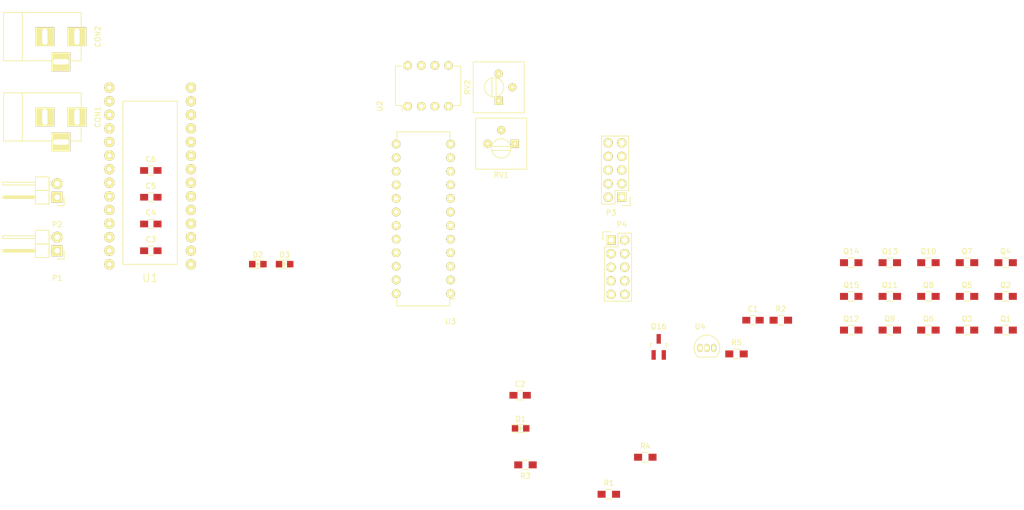
<source format=kicad_pcb>
(kicad_pcb (version 4) (host pcbnew 4.0.0-2.201511301920+6191~38~ubuntu14.04.1-stable)

  (general
    (links 102)
    (no_connects 102)
    (area 0 0 0 0)
    (thickness 1.6)
    (drawings 0)
    (tracks 0)
    (zones 0)
    (modules 42)
    (nets 56)
  )

  (page A4)
  (layers
    (0 F.Cu signal)
    (31 B.Cu signal)
    (32 B.Adhes user)
    (33 F.Adhes user)
    (34 B.Paste user)
    (35 F.Paste user)
    (36 B.SilkS user)
    (37 F.SilkS user)
    (38 B.Mask user)
    (39 F.Mask user)
    (40 Dwgs.User user)
    (41 Cmts.User user)
    (42 Eco1.User user)
    (43 Eco2.User user)
    (44 Edge.Cuts user)
    (45 Margin user)
    (46 B.CrtYd user)
    (47 F.CrtYd user)
    (48 B.Fab user)
    (49 F.Fab user)
  )

  (setup
    (last_trace_width 0.25)
    (trace_clearance 0.2)
    (zone_clearance 0.508)
    (zone_45_only no)
    (trace_min 0.2)
    (segment_width 0.2)
    (edge_width 0.1)
    (via_size 0.6)
    (via_drill 0.4)
    (via_min_size 0.4)
    (via_min_drill 0.3)
    (uvia_size 0.3)
    (uvia_drill 0.1)
    (uvias_allowed no)
    (uvia_min_size 0.2)
    (uvia_min_drill 0.1)
    (pcb_text_width 0.3)
    (pcb_text_size 1.5 1.5)
    (mod_edge_width 0.15)
    (mod_text_size 1 1)
    (mod_text_width 0.15)
    (pad_size 1.5 1.5)
    (pad_drill 0.6)
    (pad_to_mask_clearance 0)
    (aux_axis_origin 0 0)
    (visible_elements FFFFFF7F)
    (pcbplotparams
      (layerselection 0x00030_80000001)
      (usegerberextensions false)
      (excludeedgelayer true)
      (linewidth 0.100000)
      (plotframeref false)
      (viasonmask false)
      (mode 1)
      (useauxorigin false)
      (hpglpennumber 1)
      (hpglpenspeed 20)
      (hpglpendiameter 15)
      (hpglpenoverlay 2)
      (psnegative false)
      (psa4output false)
      (plotreference true)
      (plotvalue true)
      (plotinvisibletext false)
      (padsonsilk false)
      (subtractmaskfromsilk false)
      (outputformat 1)
      (mirror false)
      (drillshape 1)
      (scaleselection 1)
      (outputdirectory ""))
  )

  (net 0 "")
  (net 1 +3V3)
  (net 2 "Net-(C1-Pad2)")
  (net 3 GNDA)
  (net 4 GND)
  (net 5 HEATER_PWR)
  (net 6 "Net-(CON1-Pad3)")
  (net 7 "Net-(CON2-Pad2)")
  (net 8 "Net-(CON2-Pad3)")
  (net 9 "Net-(D1-Pad2)")
  (net 10 "Net-(D1-Pad1)")
  (net 11 "Net-(D2-Pad2)")
  (net 12 "Net-(D2-Pad1)")
  (net 13 "Net-(D3-Pad2)")
  (net 14 "Net-(D3-Pad1)")
  (net 15 TEMP_S)
  (net 16 "Net-(P2-Pad2)")
  (net 17 /Phototransistors/S1)
  (net 18 /Phototransistors/S2)
  (net 19 /Phototransistors/S3)
  (net 20 /Phototransistors/S4)
  (net 21 /Phototransistors/S5)
  (net 22 /Phototransistors/S6)
  (net 23 /Phototransistors/S7)
  (net 24 /Phototransistors/S8)
  (net 25 /Phototransistors/S9)
  (net 26 /Phototransistors/S10)
  (net 27 /Phototransistors/S11)
  (net 28 /Phototransistors/S12)
  (net 29 /Phototransistors/S13)
  (net 30 /Phototransistors/S14)
  (net 31 /Phototransistors/S15)
  (net 32 HEAT)
  (net 33 "Net-(R1-Pad1)")
  (net 34 "Net-(RV1-Pad3)")
  (net 35 "Net-(RV2-Pad1)")
  (net 36 "Net-(U1-Pad0)")
  (net 37 "Net-(U1-Pad1)")
  (net 38 T2)
  (net 39 T3)
  (net 40 T4)
  (net 41 T5)
  (net 42 T6)
  (net 43 "Net-(U1-Pad8)")
  (net 44 "Net-(U1-Pad9)")
  (net 45 "Net-(U1-Pad10)")
  (net 46 "Net-(U1-Pad11)")
  (net 47 "Net-(U1-Pad12)")
  (net 48 "Net-(U1-Pad13)")
  (net 49 "Net-(U1-Pad17)")
  (net 50 "Net-(U1-Pad18)")
  (net 51 "Net-(U1-Pad19)")
  (net 52 "Net-(U1-Pad22)")
  (net 53 "Net-(U1-Pad23)")
  (net 54 "Net-(U1-Pad26)")
  (net 55 "Net-(U3-Pad16)")

  (net_class Default "This is the default net class."
    (clearance 0.2)
    (trace_width 0.25)
    (via_dia 0.6)
    (via_drill 0.4)
    (uvia_dia 0.3)
    (uvia_drill 0.1)
    (add_net +3V3)
    (add_net /Phototransistors/S1)
    (add_net /Phototransistors/S10)
    (add_net /Phototransistors/S11)
    (add_net /Phototransistors/S12)
    (add_net /Phototransistors/S13)
    (add_net /Phototransistors/S14)
    (add_net /Phototransistors/S15)
    (add_net /Phototransistors/S2)
    (add_net /Phototransistors/S3)
    (add_net /Phototransistors/S4)
    (add_net /Phototransistors/S5)
    (add_net /Phototransistors/S6)
    (add_net /Phototransistors/S7)
    (add_net /Phototransistors/S8)
    (add_net /Phototransistors/S9)
    (add_net GND)
    (add_net GNDA)
    (add_net HEAT)
    (add_net HEATER_PWR)
    (add_net "Net-(C1-Pad2)")
    (add_net "Net-(CON1-Pad3)")
    (add_net "Net-(CON2-Pad2)")
    (add_net "Net-(CON2-Pad3)")
    (add_net "Net-(D1-Pad1)")
    (add_net "Net-(D1-Pad2)")
    (add_net "Net-(D2-Pad1)")
    (add_net "Net-(D2-Pad2)")
    (add_net "Net-(D3-Pad1)")
    (add_net "Net-(D3-Pad2)")
    (add_net "Net-(P2-Pad2)")
    (add_net "Net-(R1-Pad1)")
    (add_net "Net-(RV1-Pad3)")
    (add_net "Net-(RV2-Pad1)")
    (add_net "Net-(U1-Pad0)")
    (add_net "Net-(U1-Pad1)")
    (add_net "Net-(U1-Pad10)")
    (add_net "Net-(U1-Pad11)")
    (add_net "Net-(U1-Pad12)")
    (add_net "Net-(U1-Pad13)")
    (add_net "Net-(U1-Pad17)")
    (add_net "Net-(U1-Pad18)")
    (add_net "Net-(U1-Pad19)")
    (add_net "Net-(U1-Pad22)")
    (add_net "Net-(U1-Pad23)")
    (add_net "Net-(U1-Pad26)")
    (add_net "Net-(U1-Pad8)")
    (add_net "Net-(U1-Pad9)")
    (add_net "Net-(U3-Pad16)")
    (add_net T2)
    (add_net T3)
    (add_net T4)
    (add_net T5)
    (add_net T6)
    (add_net TEMP_S)
  )

  (module Capacitors_SMD:C_0805_HandSoldering (layer F.Cu) (tedit 541A9B8D) (tstamp 56C7E726)
    (at 277.504524 127.975)
    (descr "Capacitor SMD 0805, hand soldering")
    (tags "capacitor 0805")
    (path /56B9C372)
    (attr smd)
    (fp_text reference C1 (at 0 -2.1) (layer F.SilkS)
      (effects (font (size 1 1) (thickness 0.15)))
    )
    (fp_text value 100nF (at 0 2.1) (layer F.Fab)
      (effects (font (size 1 1) (thickness 0.15)))
    )
    (fp_line (start -2.3 -1) (end 2.3 -1) (layer F.CrtYd) (width 0.05))
    (fp_line (start -2.3 1) (end 2.3 1) (layer F.CrtYd) (width 0.05))
    (fp_line (start -2.3 -1) (end -2.3 1) (layer F.CrtYd) (width 0.05))
    (fp_line (start 2.3 -1) (end 2.3 1) (layer F.CrtYd) (width 0.05))
    (fp_line (start 0.5 -0.85) (end -0.5 -0.85) (layer F.SilkS) (width 0.15))
    (fp_line (start -0.5 0.85) (end 0.5 0.85) (layer F.SilkS) (width 0.15))
    (pad 1 smd rect (at -1.25 0) (size 1.5 1.25) (layers F.Cu F.Paste F.Mask)
      (net 1 +3V3))
    (pad 2 smd rect (at 1.25 0) (size 1.5 1.25) (layers F.Cu F.Paste F.Mask)
      (net 2 "Net-(C1-Pad2)"))
    (model Capacitors_SMD.3dshapes/C_0805_HandSoldering.wrl
      (at (xyz 0 0 0))
      (scale (xyz 1 1 1))
      (rotate (xyz 0 0 0))
    )
  )

  (module Capacitors_SMD:C_0805_HandSoldering (layer F.Cu) (tedit 541A9B8D) (tstamp 56C7E732)
    (at 234 142)
    (descr "Capacitor SMD 0805, hand soldering")
    (tags "capacitor 0805")
    (path /56B9C865)
    (attr smd)
    (fp_text reference C2 (at 0 -2.1) (layer F.SilkS)
      (effects (font (size 1 1) (thickness 0.15)))
    )
    (fp_text value 100nF (at 0 2.1) (layer F.Fab)
      (effects (font (size 1 1) (thickness 0.15)))
    )
    (fp_line (start -2.3 -1) (end 2.3 -1) (layer F.CrtYd) (width 0.05))
    (fp_line (start -2.3 1) (end 2.3 1) (layer F.CrtYd) (width 0.05))
    (fp_line (start -2.3 -1) (end -2.3 1) (layer F.CrtYd) (width 0.05))
    (fp_line (start 2.3 -1) (end 2.3 1) (layer F.CrtYd) (width 0.05))
    (fp_line (start 0.5 -0.85) (end -0.5 -0.85) (layer F.SilkS) (width 0.15))
    (fp_line (start -0.5 0.85) (end 0.5 0.85) (layer F.SilkS) (width 0.15))
    (pad 1 smd rect (at -1.25 0) (size 1.5 1.25) (layers F.Cu F.Paste F.Mask)
      (net 1 +3V3))
    (pad 2 smd rect (at 1.25 0) (size 1.5 1.25) (layers F.Cu F.Paste F.Mask)
      (net 3 GNDA))
    (model Capacitors_SMD.3dshapes/C_0805_HandSoldering.wrl
      (at (xyz 0 0 0))
      (scale (xyz 1 1 1))
      (rotate (xyz 0 0 0))
    )
  )

  (module Capacitors_SMD:C_0805_HandSoldering (layer F.Cu) (tedit 541A9B8D) (tstamp 56C7E73E)
    (at 165 115)
    (descr "Capacitor SMD 0805, hand soldering")
    (tags "capacitor 0805")
    (path /56B9CCA2)
    (attr smd)
    (fp_text reference C3 (at 0 -2.1) (layer F.SilkS)
      (effects (font (size 1 1) (thickness 0.15)))
    )
    (fp_text value 100nF (at 0 2.1) (layer F.Fab)
      (effects (font (size 1 1) (thickness 0.15)))
    )
    (fp_line (start -2.3 -1) (end 2.3 -1) (layer F.CrtYd) (width 0.05))
    (fp_line (start -2.3 1) (end 2.3 1) (layer F.CrtYd) (width 0.05))
    (fp_line (start -2.3 -1) (end -2.3 1) (layer F.CrtYd) (width 0.05))
    (fp_line (start 2.3 -1) (end 2.3 1) (layer F.CrtYd) (width 0.05))
    (fp_line (start 0.5 -0.85) (end -0.5 -0.85) (layer F.SilkS) (width 0.15))
    (fp_line (start -0.5 0.85) (end 0.5 0.85) (layer F.SilkS) (width 0.15))
    (pad 1 smd rect (at -1.25 0) (size 1.5 1.25) (layers F.Cu F.Paste F.Mask)
      (net 1 +3V3))
    (pad 2 smd rect (at 1.25 0) (size 1.5 1.25) (layers F.Cu F.Paste F.Mask)
      (net 4 GND))
    (model Capacitors_SMD.3dshapes/C_0805_HandSoldering.wrl
      (at (xyz 0 0 0))
      (scale (xyz 1 1 1))
      (rotate (xyz 0 0 0))
    )
  )

  (module Capacitors_SMD:C_0805_HandSoldering (layer F.Cu) (tedit 541A9B8D) (tstamp 56C7E74A)
    (at 165 110)
    (descr "Capacitor SMD 0805, hand soldering")
    (tags "capacitor 0805")
    (path /56B9CE8C)
    (attr smd)
    (fp_text reference C4 (at 0 -2.1) (layer F.SilkS)
      (effects (font (size 1 1) (thickness 0.15)))
    )
    (fp_text value 22nF (at 0 2.1) (layer F.Fab)
      (effects (font (size 1 1) (thickness 0.15)))
    )
    (fp_line (start -2.3 -1) (end 2.3 -1) (layer F.CrtYd) (width 0.05))
    (fp_line (start -2.3 1) (end 2.3 1) (layer F.CrtYd) (width 0.05))
    (fp_line (start -2.3 -1) (end -2.3 1) (layer F.CrtYd) (width 0.05))
    (fp_line (start 2.3 -1) (end 2.3 1) (layer F.CrtYd) (width 0.05))
    (fp_line (start 0.5 -0.85) (end -0.5 -0.85) (layer F.SilkS) (width 0.15))
    (fp_line (start -0.5 0.85) (end 0.5 0.85) (layer F.SilkS) (width 0.15))
    (pad 1 smd rect (at -1.25 0) (size 1.5 1.25) (layers F.Cu F.Paste F.Mask)
      (net 1 +3V3))
    (pad 2 smd rect (at 1.25 0) (size 1.5 1.25) (layers F.Cu F.Paste F.Mask)
      (net 4 GND))
    (model Capacitors_SMD.3dshapes/C_0805_HandSoldering.wrl
      (at (xyz 0 0 0))
      (scale (xyz 1 1 1))
      (rotate (xyz 0 0 0))
    )
  )

  (module Capacitors_SMD:C_0805_HandSoldering (layer F.Cu) (tedit 541A9B8D) (tstamp 56C7E756)
    (at 165 105)
    (descr "Capacitor SMD 0805, hand soldering")
    (tags "capacitor 0805")
    (path /56B9CF34)
    (attr smd)
    (fp_text reference C5 (at 0 -2.1) (layer F.SilkS)
      (effects (font (size 1 1) (thickness 0.15)))
    )
    (fp_text value 100nF (at 0 2.1) (layer F.Fab)
      (effects (font (size 1 1) (thickness 0.15)))
    )
    (fp_line (start -2.3 -1) (end 2.3 -1) (layer F.CrtYd) (width 0.05))
    (fp_line (start -2.3 1) (end 2.3 1) (layer F.CrtYd) (width 0.05))
    (fp_line (start -2.3 -1) (end -2.3 1) (layer F.CrtYd) (width 0.05))
    (fp_line (start 2.3 -1) (end 2.3 1) (layer F.CrtYd) (width 0.05))
    (fp_line (start 0.5 -0.85) (end -0.5 -0.85) (layer F.SilkS) (width 0.15))
    (fp_line (start -0.5 0.85) (end 0.5 0.85) (layer F.SilkS) (width 0.15))
    (pad 1 smd rect (at -1.25 0) (size 1.5 1.25) (layers F.Cu F.Paste F.Mask)
      (net 1 +3V3))
    (pad 2 smd rect (at 1.25 0) (size 1.5 1.25) (layers F.Cu F.Paste F.Mask)
      (net 4 GND))
    (model Capacitors_SMD.3dshapes/C_0805_HandSoldering.wrl
      (at (xyz 0 0 0))
      (scale (xyz 1 1 1))
      (rotate (xyz 0 0 0))
    )
  )

  (module Capacitors_SMD:C_0805_HandSoldering (layer F.Cu) (tedit 541A9B8D) (tstamp 56C7E762)
    (at 165 100)
    (descr "Capacitor SMD 0805, hand soldering")
    (tags "capacitor 0805")
    (path /56B9E462)
    (attr smd)
    (fp_text reference C6 (at 0 -2.1) (layer F.SilkS)
      (effects (font (size 1 1) (thickness 0.15)))
    )
    (fp_text value 22uF (at 0 2.1) (layer F.Fab)
      (effects (font (size 1 1) (thickness 0.15)))
    )
    (fp_line (start -2.3 -1) (end 2.3 -1) (layer F.CrtYd) (width 0.05))
    (fp_line (start -2.3 1) (end 2.3 1) (layer F.CrtYd) (width 0.05))
    (fp_line (start -2.3 -1) (end -2.3 1) (layer F.CrtYd) (width 0.05))
    (fp_line (start 2.3 -1) (end 2.3 1) (layer F.CrtYd) (width 0.05))
    (fp_line (start 0.5 -0.85) (end -0.5 -0.85) (layer F.SilkS) (width 0.15))
    (fp_line (start -0.5 0.85) (end 0.5 0.85) (layer F.SilkS) (width 0.15))
    (pad 1 smd rect (at -1.25 0) (size 1.5 1.25) (layers F.Cu F.Paste F.Mask)
      (net 1 +3V3))
    (pad 2 smd rect (at 1.25 0) (size 1.5 1.25) (layers F.Cu F.Paste F.Mask)
      (net 4 GND))
    (model Capacitors_SMD.3dshapes/C_0805_HandSoldering.wrl
      (at (xyz 0 0 0))
      (scale (xyz 1 1 1))
      (rotate (xyz 0 0 0))
    )
  )

  (module Connect:BARREL_JACK (layer F.Cu) (tedit 0) (tstamp 56C7E76E)
    (at 145 90)
    (descr "DC Barrel Jack")
    (tags "Power Jack")
    (path /56BA3485)
    (fp_text reference CON1 (at 10.09904 0 90) (layer F.SilkS)
      (effects (font (size 1 1) (thickness 0.15)))
    )
    (fp_text value BARREL_JACK (at 0 -5.99948) (layer F.Fab)
      (effects (font (size 1 1) (thickness 0.15)))
    )
    (fp_line (start -4.0005 -4.50088) (end -4.0005 4.50088) (layer F.SilkS) (width 0.15))
    (fp_line (start -7.50062 -4.50088) (end -7.50062 4.50088) (layer F.SilkS) (width 0.15))
    (fp_line (start -7.50062 4.50088) (end 7.00024 4.50088) (layer F.SilkS) (width 0.15))
    (fp_line (start 7.00024 4.50088) (end 7.00024 -4.50088) (layer F.SilkS) (width 0.15))
    (fp_line (start 7.00024 -4.50088) (end -7.50062 -4.50088) (layer F.SilkS) (width 0.15))
    (pad 1 thru_hole rect (at 6.20014 0) (size 3.50012 3.50012) (drill oval 1.00076 2.99974) (layers *.Cu *.Mask F.SilkS)
      (net 5 HEATER_PWR))
    (pad 2 thru_hole rect (at 0.20066 0) (size 3.50012 3.50012) (drill oval 1.00076 2.99974) (layers *.Cu *.Mask F.SilkS)
      (net 4 GND))
    (pad 3 thru_hole rect (at 3.2004 4.699) (size 3.50012 3.50012) (drill oval 2.99974 1.00076) (layers *.Cu *.Mask F.SilkS)
      (net 6 "Net-(CON1-Pad3)"))
  )

  (module Connect:BARREL_JACK (layer F.Cu) (tedit 0) (tstamp 56C7E77A)
    (at 145 75)
    (descr "DC Barrel Jack")
    (tags "Power Jack")
    (path /56BA4035)
    (fp_text reference CON2 (at 10.09904 0 90) (layer F.SilkS)
      (effects (font (size 1 1) (thickness 0.15)))
    )
    (fp_text value BARREL_JACK (at 0 -5.99948) (layer F.Fab)
      (effects (font (size 1 1) (thickness 0.15)))
    )
    (fp_line (start -4.0005 -4.50088) (end -4.0005 4.50088) (layer F.SilkS) (width 0.15))
    (fp_line (start -7.50062 -4.50088) (end -7.50062 4.50088) (layer F.SilkS) (width 0.15))
    (fp_line (start -7.50062 4.50088) (end 7.00024 4.50088) (layer F.SilkS) (width 0.15))
    (fp_line (start 7.00024 4.50088) (end 7.00024 -4.50088) (layer F.SilkS) (width 0.15))
    (fp_line (start 7.00024 -4.50088) (end -7.50062 -4.50088) (layer F.SilkS) (width 0.15))
    (pad 1 thru_hole rect (at 6.20014 0) (size 3.50012 3.50012) (drill oval 1.00076 2.99974) (layers *.Cu *.Mask F.SilkS)
      (net 5 HEATER_PWR))
    (pad 2 thru_hole rect (at 0.20066 0) (size 3.50012 3.50012) (drill oval 1.00076 2.99974) (layers *.Cu *.Mask F.SilkS)
      (net 7 "Net-(CON2-Pad2)"))
    (pad 3 thru_hole rect (at 3.2004 4.699) (size 3.50012 3.50012) (drill oval 2.99974 1.00076) (layers *.Cu *.Mask F.SilkS)
      (net 8 "Net-(CON2-Pad3)"))
  )

  (module LEDs:LED_0805 (layer F.Cu) (tedit 55BDE1C2) (tstamp 56C7E78D)
    (at 234.095001 148.185)
    (descr "LED 0805 smd package")
    (tags "LED 0805 SMD")
    (path /56C93232)
    (attr smd)
    (fp_text reference D1 (at 0 -1.75) (layer F.SilkS)
      (effects (font (size 1 1) (thickness 0.15)))
    )
    (fp_text value LED (at 0 1.75) (layer F.Fab)
      (effects (font (size 1 1) (thickness 0.15)))
    )
    (fp_line (start -1.6 0.75) (end 1.1 0.75) (layer F.SilkS) (width 0.15))
    (fp_line (start -1.6 -0.75) (end 1.1 -0.75) (layer F.SilkS) (width 0.15))
    (fp_line (start -0.1 0.15) (end -0.1 -0.1) (layer F.SilkS) (width 0.15))
    (fp_line (start -0.1 -0.1) (end -0.25 0.05) (layer F.SilkS) (width 0.15))
    (fp_line (start -0.35 -0.35) (end -0.35 0.35) (layer F.SilkS) (width 0.15))
    (fp_line (start 0 0) (end 0.35 0) (layer F.SilkS) (width 0.15))
    (fp_line (start -0.35 0) (end 0 -0.35) (layer F.SilkS) (width 0.15))
    (fp_line (start 0 -0.35) (end 0 0.35) (layer F.SilkS) (width 0.15))
    (fp_line (start 0 0.35) (end -0.35 0) (layer F.SilkS) (width 0.15))
    (fp_line (start 1.9 -0.95) (end 1.9 0.95) (layer F.CrtYd) (width 0.05))
    (fp_line (start 1.9 0.95) (end -1.9 0.95) (layer F.CrtYd) (width 0.05))
    (fp_line (start -1.9 0.95) (end -1.9 -0.95) (layer F.CrtYd) (width 0.05))
    (fp_line (start -1.9 -0.95) (end 1.9 -0.95) (layer F.CrtYd) (width 0.05))
    (pad 2 smd rect (at 1.04902 0 180) (size 1.19888 1.19888) (layers F.Cu F.Paste F.Mask)
      (net 9 "Net-(D1-Pad2)"))
    (pad 1 smd rect (at -1.04902 0 180) (size 1.19888 1.19888) (layers F.Cu F.Paste F.Mask)
      (net 10 "Net-(D1-Pad1)"))
    (model LEDs.3dshapes/LED_0805.wrl
      (at (xyz 0 0 0))
      (scale (xyz 1 1 1))
      (rotate (xyz 0 0 0))
    )
  )

  (module LEDs:LED_0805 (layer F.Cu) (tedit 55BDE1C2) (tstamp 56C7E7A0)
    (at 185 117.5)
    (descr "LED 0805 smd package")
    (tags "LED 0805 SMD")
    (path /56C93309)
    (attr smd)
    (fp_text reference D2 (at 0 -1.75) (layer F.SilkS)
      (effects (font (size 1 1) (thickness 0.15)))
    )
    (fp_text value LED (at 0 1.75) (layer F.Fab)
      (effects (font (size 1 1) (thickness 0.15)))
    )
    (fp_line (start -1.6 0.75) (end 1.1 0.75) (layer F.SilkS) (width 0.15))
    (fp_line (start -1.6 -0.75) (end 1.1 -0.75) (layer F.SilkS) (width 0.15))
    (fp_line (start -0.1 0.15) (end -0.1 -0.1) (layer F.SilkS) (width 0.15))
    (fp_line (start -0.1 -0.1) (end -0.25 0.05) (layer F.SilkS) (width 0.15))
    (fp_line (start -0.35 -0.35) (end -0.35 0.35) (layer F.SilkS) (width 0.15))
    (fp_line (start 0 0) (end 0.35 0) (layer F.SilkS) (width 0.15))
    (fp_line (start -0.35 0) (end 0 -0.35) (layer F.SilkS) (width 0.15))
    (fp_line (start 0 -0.35) (end 0 0.35) (layer F.SilkS) (width 0.15))
    (fp_line (start 0 0.35) (end -0.35 0) (layer F.SilkS) (width 0.15))
    (fp_line (start 1.9 -0.95) (end 1.9 0.95) (layer F.CrtYd) (width 0.05))
    (fp_line (start 1.9 0.95) (end -1.9 0.95) (layer F.CrtYd) (width 0.05))
    (fp_line (start -1.9 0.95) (end -1.9 -0.95) (layer F.CrtYd) (width 0.05))
    (fp_line (start -1.9 -0.95) (end 1.9 -0.95) (layer F.CrtYd) (width 0.05))
    (pad 2 smd rect (at 1.04902 0 180) (size 1.19888 1.19888) (layers F.Cu F.Paste F.Mask)
      (net 11 "Net-(D2-Pad2)"))
    (pad 1 smd rect (at -1.04902 0 180) (size 1.19888 1.19888) (layers F.Cu F.Paste F.Mask)
      (net 12 "Net-(D2-Pad1)"))
    (model LEDs.3dshapes/LED_0805.wrl
      (at (xyz 0 0 0))
      (scale (xyz 1 1 1))
      (rotate (xyz 0 0 0))
    )
  )

  (module LEDs:LED_0805 (layer F.Cu) (tedit 55BDE1C2) (tstamp 56C7E7B3)
    (at 190 117.5)
    (descr "LED 0805 smd package")
    (tags "LED 0805 SMD")
    (path /56C9384A)
    (attr smd)
    (fp_text reference D3 (at 0 -1.75) (layer F.SilkS)
      (effects (font (size 1 1) (thickness 0.15)))
    )
    (fp_text value LED (at 0 1.75) (layer F.Fab)
      (effects (font (size 1 1) (thickness 0.15)))
    )
    (fp_line (start -1.6 0.75) (end 1.1 0.75) (layer F.SilkS) (width 0.15))
    (fp_line (start -1.6 -0.75) (end 1.1 -0.75) (layer F.SilkS) (width 0.15))
    (fp_line (start -0.1 0.15) (end -0.1 -0.1) (layer F.SilkS) (width 0.15))
    (fp_line (start -0.1 -0.1) (end -0.25 0.05) (layer F.SilkS) (width 0.15))
    (fp_line (start -0.35 -0.35) (end -0.35 0.35) (layer F.SilkS) (width 0.15))
    (fp_line (start 0 0) (end 0.35 0) (layer F.SilkS) (width 0.15))
    (fp_line (start -0.35 0) (end 0 -0.35) (layer F.SilkS) (width 0.15))
    (fp_line (start 0 -0.35) (end 0 0.35) (layer F.SilkS) (width 0.15))
    (fp_line (start 0 0.35) (end -0.35 0) (layer F.SilkS) (width 0.15))
    (fp_line (start 1.9 -0.95) (end 1.9 0.95) (layer F.CrtYd) (width 0.05))
    (fp_line (start 1.9 0.95) (end -1.9 0.95) (layer F.CrtYd) (width 0.05))
    (fp_line (start -1.9 0.95) (end -1.9 -0.95) (layer F.CrtYd) (width 0.05))
    (fp_line (start -1.9 -0.95) (end 1.9 -0.95) (layer F.CrtYd) (width 0.05))
    (pad 2 smd rect (at 1.04902 0 180) (size 1.19888 1.19888) (layers F.Cu F.Paste F.Mask)
      (net 13 "Net-(D3-Pad2)"))
    (pad 1 smd rect (at -1.04902 0 180) (size 1.19888 1.19888) (layers F.Cu F.Paste F.Mask)
      (net 14 "Net-(D3-Pad1)"))
    (model LEDs.3dshapes/LED_0805.wrl
      (at (xyz 0 0 0))
      (scale (xyz 1 1 1))
      (rotate (xyz 0 0 0))
    )
  )

  (module Pin_Headers:Pin_Header_Angled_1x02 (layer F.Cu) (tedit 0) (tstamp 56C7E7E7)
    (at 147.5 105 180)
    (descr "Through hole pin header")
    (tags "pin header")
    (path /56BA95A4)
    (fp_text reference P2 (at 0 -5.1 180) (layer F.SilkS)
      (effects (font (size 1 1) (thickness 0.15)))
    )
    (fp_text value CONN_01X02 (at 0 -3.1 180) (layer F.Fab)
      (effects (font (size 1 1) (thickness 0.15)))
    )
    (fp_line (start -1.5 -1.75) (end -1.5 4.3) (layer F.CrtYd) (width 0.05))
    (fp_line (start 10.65 -1.75) (end 10.65 4.3) (layer F.CrtYd) (width 0.05))
    (fp_line (start -1.5 -1.75) (end 10.65 -1.75) (layer F.CrtYd) (width 0.05))
    (fp_line (start -1.5 4.3) (end 10.65 4.3) (layer F.CrtYd) (width 0.05))
    (fp_line (start -1.3 -1.55) (end -1.3 0) (layer F.SilkS) (width 0.15))
    (fp_line (start 0 -1.55) (end -1.3 -1.55) (layer F.SilkS) (width 0.15))
    (fp_line (start 4.191 -0.127) (end 10.033 -0.127) (layer F.SilkS) (width 0.15))
    (fp_line (start 10.033 -0.127) (end 10.033 0.127) (layer F.SilkS) (width 0.15))
    (fp_line (start 10.033 0.127) (end 4.191 0.127) (layer F.SilkS) (width 0.15))
    (fp_line (start 4.191 0.127) (end 4.191 0) (layer F.SilkS) (width 0.15))
    (fp_line (start 4.191 0) (end 10.033 0) (layer F.SilkS) (width 0.15))
    (fp_line (start 1.524 -0.254) (end 1.143 -0.254) (layer F.SilkS) (width 0.15))
    (fp_line (start 1.524 0.254) (end 1.143 0.254) (layer F.SilkS) (width 0.15))
    (fp_line (start 1.524 2.286) (end 1.143 2.286) (layer F.SilkS) (width 0.15))
    (fp_line (start 1.524 2.794) (end 1.143 2.794) (layer F.SilkS) (width 0.15))
    (fp_line (start 1.524 -1.27) (end 4.064 -1.27) (layer F.SilkS) (width 0.15))
    (fp_line (start 1.524 1.27) (end 4.064 1.27) (layer F.SilkS) (width 0.15))
    (fp_line (start 1.524 1.27) (end 1.524 3.81) (layer F.SilkS) (width 0.15))
    (fp_line (start 1.524 3.81) (end 4.064 3.81) (layer F.SilkS) (width 0.15))
    (fp_line (start 4.064 2.286) (end 10.16 2.286) (layer F.SilkS) (width 0.15))
    (fp_line (start 10.16 2.286) (end 10.16 2.794) (layer F.SilkS) (width 0.15))
    (fp_line (start 10.16 2.794) (end 4.064 2.794) (layer F.SilkS) (width 0.15))
    (fp_line (start 4.064 3.81) (end 4.064 1.27) (layer F.SilkS) (width 0.15))
    (fp_line (start 4.064 1.27) (end 4.064 -1.27) (layer F.SilkS) (width 0.15))
    (fp_line (start 10.16 0.254) (end 4.064 0.254) (layer F.SilkS) (width 0.15))
    (fp_line (start 10.16 -0.254) (end 10.16 0.254) (layer F.SilkS) (width 0.15))
    (fp_line (start 4.064 -0.254) (end 10.16 -0.254) (layer F.SilkS) (width 0.15))
    (fp_line (start 1.524 1.27) (end 4.064 1.27) (layer F.SilkS) (width 0.15))
    (fp_line (start 1.524 -1.27) (end 1.524 1.27) (layer F.SilkS) (width 0.15))
    (pad 1 thru_hole rect (at 0 0 180) (size 2.032 2.032) (drill 1.016) (layers *.Cu *.Mask F.SilkS)
      (net 4 GND))
    (pad 2 thru_hole oval (at 0 2.54 180) (size 2.032 2.032) (drill 1.016) (layers *.Cu *.Mask F.SilkS)
      (net 16 "Net-(P2-Pad2)"))
    (model Pin_Headers.3dshapes/Pin_Header_Angled_1x02.wrl
      (at (xyz 0 -0.05 0))
      (scale (xyz 1 1 1))
      (rotate (xyz 0 0 90))
    )
  )

  (module Pin_Headers:Pin_Header_Straight_2x05 (layer F.Cu) (tedit 0) (tstamp 56C7E801)
    (at 251 113)
    (descr "Through hole pin header")
    (tags "pin header")
    (path /56C7E035)
    (fp_text reference P3 (at 0 -5.1) (layer F.SilkS)
      (effects (font (size 1 1) (thickness 0.15)))
    )
    (fp_text value CONN_02X05 (at 0 -3.1) (layer F.Fab)
      (effects (font (size 1 1) (thickness 0.15)))
    )
    (fp_line (start -1.75 -1.75) (end -1.75 11.95) (layer F.CrtYd) (width 0.05))
    (fp_line (start 4.3 -1.75) (end 4.3 11.95) (layer F.CrtYd) (width 0.05))
    (fp_line (start -1.75 -1.75) (end 4.3 -1.75) (layer F.CrtYd) (width 0.05))
    (fp_line (start -1.75 11.95) (end 4.3 11.95) (layer F.CrtYd) (width 0.05))
    (fp_line (start 3.81 -1.27) (end 3.81 11.43) (layer F.SilkS) (width 0.15))
    (fp_line (start 3.81 11.43) (end -1.27 11.43) (layer F.SilkS) (width 0.15))
    (fp_line (start -1.27 11.43) (end -1.27 1.27) (layer F.SilkS) (width 0.15))
    (fp_line (start 3.81 -1.27) (end 1.27 -1.27) (layer F.SilkS) (width 0.15))
    (fp_line (start 0 -1.55) (end -1.55 -1.55) (layer F.SilkS) (width 0.15))
    (fp_line (start 1.27 -1.27) (end 1.27 1.27) (layer F.SilkS) (width 0.15))
    (fp_line (start 1.27 1.27) (end -1.27 1.27) (layer F.SilkS) (width 0.15))
    (fp_line (start -1.55 -1.55) (end -1.55 0) (layer F.SilkS) (width 0.15))
    (pad 1 thru_hole rect (at 0 0) (size 1.7272 1.7272) (drill 1.016) (layers *.Cu *.Mask F.SilkS)
      (net 17 /Phototransistors/S1))
    (pad 2 thru_hole oval (at 2.54 0) (size 1.7272 1.7272) (drill 1.016) (layers *.Cu *.Mask F.SilkS)
      (net 18 /Phototransistors/S2))
    (pad 3 thru_hole oval (at 0 2.54) (size 1.7272 1.7272) (drill 1.016) (layers *.Cu *.Mask F.SilkS)
      (net 19 /Phototransistors/S3))
    (pad 4 thru_hole oval (at 2.54 2.54) (size 1.7272 1.7272) (drill 1.016) (layers *.Cu *.Mask F.SilkS)
      (net 20 /Phototransistors/S4))
    (pad 5 thru_hole oval (at 0 5.08) (size 1.7272 1.7272) (drill 1.016) (layers *.Cu *.Mask F.SilkS)
      (net 21 /Phototransistors/S5))
    (pad 6 thru_hole oval (at 2.54 5.08) (size 1.7272 1.7272) (drill 1.016) (layers *.Cu *.Mask F.SilkS)
      (net 22 /Phototransistors/S6))
    (pad 7 thru_hole oval (at 0 7.62) (size 1.7272 1.7272) (drill 1.016) (layers *.Cu *.Mask F.SilkS)
      (net 23 /Phototransistors/S7))
    (pad 8 thru_hole oval (at 2.54 7.62) (size 1.7272 1.7272) (drill 1.016) (layers *.Cu *.Mask F.SilkS)
      (net 24 /Phototransistors/S8))
    (pad 9 thru_hole oval (at 0 10.16) (size 1.7272 1.7272) (drill 1.016) (layers *.Cu *.Mask F.SilkS)
      (net 25 /Phototransistors/S9))
    (pad 10 thru_hole oval (at 2.54 10.16) (size 1.7272 1.7272) (drill 1.016) (layers *.Cu *.Mask F.SilkS)
      (net 26 /Phototransistors/S10))
    (model Pin_Headers.3dshapes/Pin_Header_Straight_2x05.wrl
      (at (xyz 0.05 -0.2 0))
      (scale (xyz 1 1 1))
      (rotate (xyz 0 0 90))
    )
  )

  (module Pin_Headers:Pin_Header_Straight_2x05 (layer F.Cu) (tedit 0) (tstamp 56C7E81B)
    (at 253 105 180)
    (descr "Through hole pin header")
    (tags "pin header")
    (path /56C7E170)
    (fp_text reference P4 (at 0 -5.1 180) (layer F.SilkS)
      (effects (font (size 1 1) (thickness 0.15)))
    )
    (fp_text value CONN_02X05 (at 0 -3.1 180) (layer F.Fab)
      (effects (font (size 1 1) (thickness 0.15)))
    )
    (fp_line (start -1.75 -1.75) (end -1.75 11.95) (layer F.CrtYd) (width 0.05))
    (fp_line (start 4.3 -1.75) (end 4.3 11.95) (layer F.CrtYd) (width 0.05))
    (fp_line (start -1.75 -1.75) (end 4.3 -1.75) (layer F.CrtYd) (width 0.05))
    (fp_line (start -1.75 11.95) (end 4.3 11.95) (layer F.CrtYd) (width 0.05))
    (fp_line (start 3.81 -1.27) (end 3.81 11.43) (layer F.SilkS) (width 0.15))
    (fp_line (start 3.81 11.43) (end -1.27 11.43) (layer F.SilkS) (width 0.15))
    (fp_line (start -1.27 11.43) (end -1.27 1.27) (layer F.SilkS) (width 0.15))
    (fp_line (start 3.81 -1.27) (end 1.27 -1.27) (layer F.SilkS) (width 0.15))
    (fp_line (start 0 -1.55) (end -1.55 -1.55) (layer F.SilkS) (width 0.15))
    (fp_line (start 1.27 -1.27) (end 1.27 1.27) (layer F.SilkS) (width 0.15))
    (fp_line (start 1.27 1.27) (end -1.27 1.27) (layer F.SilkS) (width 0.15))
    (fp_line (start -1.55 -1.55) (end -1.55 0) (layer F.SilkS) (width 0.15))
    (pad 1 thru_hole rect (at 0 0 180) (size 1.7272 1.7272) (drill 1.016) (layers *.Cu *.Mask F.SilkS)
      (net 27 /Phototransistors/S11))
    (pad 2 thru_hole oval (at 2.54 0 180) (size 1.7272 1.7272) (drill 1.016) (layers *.Cu *.Mask F.SilkS)
      (net 28 /Phototransistors/S12))
    (pad 3 thru_hole oval (at 0 2.54 180) (size 1.7272 1.7272) (drill 1.016) (layers *.Cu *.Mask F.SilkS)
      (net 29 /Phototransistors/S13))
    (pad 4 thru_hole oval (at 2.54 2.54 180) (size 1.7272 1.7272) (drill 1.016) (layers *.Cu *.Mask F.SilkS)
      (net 30 /Phototransistors/S14))
    (pad 5 thru_hole oval (at 0 5.08 180) (size 1.7272 1.7272) (drill 1.016) (layers *.Cu *.Mask F.SilkS)
      (net 31 /Phototransistors/S15))
    (pad 6 thru_hole oval (at 2.54 5.08 180) (size 1.7272 1.7272) (drill 1.016) (layers *.Cu *.Mask F.SilkS)
      (net 3 GNDA))
    (pad 7 thru_hole oval (at 0 7.62 180) (size 1.7272 1.7272) (drill 1.016) (layers *.Cu *.Mask F.SilkS)
      (net 3 GNDA))
    (pad 8 thru_hole oval (at 2.54 7.62 180) (size 1.7272 1.7272) (drill 1.016) (layers *.Cu *.Mask F.SilkS)
      (net 3 GNDA))
    (pad 9 thru_hole oval (at 0 10.16 180) (size 1.7272 1.7272) (drill 1.016) (layers *.Cu *.Mask F.SilkS)
      (net 1 +3V3))
    (pad 10 thru_hole oval (at 2.54 10.16 180) (size 1.7272 1.7272) (drill 1.016) (layers *.Cu *.Mask F.SilkS)
      (net 1 +3V3))
    (model Pin_Headers.3dshapes/Pin_Header_Straight_2x05.wrl
      (at (xyz 0.05 -0.2 0))
      (scale (xyz 1 1 1))
      (rotate (xyz 0 0 90))
    )
  )

  (module Resistors_SMD:R_0805_HandSoldering (layer F.Cu) (tedit 54189DEE) (tstamp 56C7E827)
    (at 324.698333 129.825)
    (descr "Resistor SMD 0805, hand soldering")
    (tags "resistor 0805")
    (path /56B9494D/56B94958)
    (attr smd)
    (fp_text reference Q1 (at 0 -2.1) (layer F.SilkS)
      (effects (font (size 1 1) (thickness 0.15)))
    )
    (fp_text value SFH3711 (at 0 2.1) (layer F.Fab)
      (effects (font (size 1 1) (thickness 0.15)))
    )
    (fp_line (start -2.4 -1) (end 2.4 -1) (layer F.CrtYd) (width 0.05))
    (fp_line (start -2.4 1) (end 2.4 1) (layer F.CrtYd) (width 0.05))
    (fp_line (start -2.4 -1) (end -2.4 1) (layer F.CrtYd) (width 0.05))
    (fp_line (start 2.4 -1) (end 2.4 1) (layer F.CrtYd) (width 0.05))
    (fp_line (start 0.6 0.875) (end -0.6 0.875) (layer F.SilkS) (width 0.15))
    (fp_line (start -0.6 -0.875) (end 0.6 -0.875) (layer F.SilkS) (width 0.15))
    (pad 1 smd rect (at -1.35 0) (size 1.5 1.3) (layers F.Cu F.Paste F.Mask)
      (net 17 /Phototransistors/S1))
    (pad 2 smd rect (at 1.35 0) (size 1.5 1.3) (layers F.Cu F.Paste F.Mask)
      (net 1 +3V3))
    (model Resistors_SMD.3dshapes/R_0805_HandSoldering.wrl
      (at (xyz 0 0 0))
      (scale (xyz 1 1 1))
      (rotate (xyz 0 0 0))
    )
  )

  (module Resistors_SMD:R_0805_HandSoldering (layer F.Cu) (tedit 54189DEE) (tstamp 56C7E833)
    (at 324.698333 123.525)
    (descr "Resistor SMD 0805, hand soldering")
    (tags "resistor 0805")
    (path /56B9494D/56B94C7F)
    (attr smd)
    (fp_text reference Q2 (at 0 -2.1) (layer F.SilkS)
      (effects (font (size 1 1) (thickness 0.15)))
    )
    (fp_text value SFH3711 (at 0 2.1) (layer F.Fab)
      (effects (font (size 1 1) (thickness 0.15)))
    )
    (fp_line (start -2.4 -1) (end 2.4 -1) (layer F.CrtYd) (width 0.05))
    (fp_line (start -2.4 1) (end 2.4 1) (layer F.CrtYd) (width 0.05))
    (fp_line (start -2.4 -1) (end -2.4 1) (layer F.CrtYd) (width 0.05))
    (fp_line (start 2.4 -1) (end 2.4 1) (layer F.CrtYd) (width 0.05))
    (fp_line (start 0.6 0.875) (end -0.6 0.875) (layer F.SilkS) (width 0.15))
    (fp_line (start -0.6 -0.875) (end 0.6 -0.875) (layer F.SilkS) (width 0.15))
    (pad 1 smd rect (at -1.35 0) (size 1.5 1.3) (layers F.Cu F.Paste F.Mask)
      (net 18 /Phototransistors/S2))
    (pad 2 smd rect (at 1.35 0) (size 1.5 1.3) (layers F.Cu F.Paste F.Mask)
      (net 1 +3V3))
    (model Resistors_SMD.3dshapes/R_0805_HandSoldering.wrl
      (at (xyz 0 0 0))
      (scale (xyz 1 1 1))
      (rotate (xyz 0 0 0))
    )
  )

  (module Resistors_SMD:R_0805_HandSoldering (layer F.Cu) (tedit 54189DEE) (tstamp 56C7E83F)
    (at 317.488333 129.825)
    (descr "Resistor SMD 0805, hand soldering")
    (tags "resistor 0805")
    (path /56B9494D/56B94FE9)
    (attr smd)
    (fp_text reference Q3 (at 0 -2.1) (layer F.SilkS)
      (effects (font (size 1 1) (thickness 0.15)))
    )
    (fp_text value SFH3711 (at 0 2.1) (layer F.Fab)
      (effects (font (size 1 1) (thickness 0.15)))
    )
    (fp_line (start -2.4 -1) (end 2.4 -1) (layer F.CrtYd) (width 0.05))
    (fp_line (start -2.4 1) (end 2.4 1) (layer F.CrtYd) (width 0.05))
    (fp_line (start -2.4 -1) (end -2.4 1) (layer F.CrtYd) (width 0.05))
    (fp_line (start 2.4 -1) (end 2.4 1) (layer F.CrtYd) (width 0.05))
    (fp_line (start 0.6 0.875) (end -0.6 0.875) (layer F.SilkS) (width 0.15))
    (fp_line (start -0.6 -0.875) (end 0.6 -0.875) (layer F.SilkS) (width 0.15))
    (pad 1 smd rect (at -1.35 0) (size 1.5 1.3) (layers F.Cu F.Paste F.Mask)
      (net 19 /Phototransistors/S3))
    (pad 2 smd rect (at 1.35 0) (size 1.5 1.3) (layers F.Cu F.Paste F.Mask)
      (net 1 +3V3))
    (model Resistors_SMD.3dshapes/R_0805_HandSoldering.wrl
      (at (xyz 0 0 0))
      (scale (xyz 1 1 1))
      (rotate (xyz 0 0 0))
    )
  )

  (module Resistors_SMD:R_0805_HandSoldering (layer F.Cu) (tedit 54189DEE) (tstamp 56C7E84B)
    (at 324.698333 117.225)
    (descr "Resistor SMD 0805, hand soldering")
    (tags "resistor 0805")
    (path /56B9494D/56B950F7)
    (attr smd)
    (fp_text reference Q4 (at 0 -2.1) (layer F.SilkS)
      (effects (font (size 1 1) (thickness 0.15)))
    )
    (fp_text value SFH3711 (at 0 2.1) (layer F.Fab)
      (effects (font (size 1 1) (thickness 0.15)))
    )
    (fp_line (start -2.4 -1) (end 2.4 -1) (layer F.CrtYd) (width 0.05))
    (fp_line (start -2.4 1) (end 2.4 1) (layer F.CrtYd) (width 0.05))
    (fp_line (start -2.4 -1) (end -2.4 1) (layer F.CrtYd) (width 0.05))
    (fp_line (start 2.4 -1) (end 2.4 1) (layer F.CrtYd) (width 0.05))
    (fp_line (start 0.6 0.875) (end -0.6 0.875) (layer F.SilkS) (width 0.15))
    (fp_line (start -0.6 -0.875) (end 0.6 -0.875) (layer F.SilkS) (width 0.15))
    (pad 1 smd rect (at -1.35 0) (size 1.5 1.3) (layers F.Cu F.Paste F.Mask)
      (net 20 /Phototransistors/S4))
    (pad 2 smd rect (at 1.35 0) (size 1.5 1.3) (layers F.Cu F.Paste F.Mask)
      (net 1 +3V3))
    (model Resistors_SMD.3dshapes/R_0805_HandSoldering.wrl
      (at (xyz 0 0 0))
      (scale (xyz 1 1 1))
      (rotate (xyz 0 0 0))
    )
  )

  (module Resistors_SMD:R_0805_HandSoldering (layer F.Cu) (tedit 54189DEE) (tstamp 56C7E857)
    (at 317.488333 123.525)
    (descr "Resistor SMD 0805, hand soldering")
    (tags "resistor 0805")
    (path /56B9494D/56B951F6)
    (attr smd)
    (fp_text reference Q5 (at 0 -2.1) (layer F.SilkS)
      (effects (font (size 1 1) (thickness 0.15)))
    )
    (fp_text value SFH3711 (at 0 2.1) (layer F.Fab)
      (effects (font (size 1 1) (thickness 0.15)))
    )
    (fp_line (start -2.4 -1) (end 2.4 -1) (layer F.CrtYd) (width 0.05))
    (fp_line (start -2.4 1) (end 2.4 1) (layer F.CrtYd) (width 0.05))
    (fp_line (start -2.4 -1) (end -2.4 1) (layer F.CrtYd) (width 0.05))
    (fp_line (start 2.4 -1) (end 2.4 1) (layer F.CrtYd) (width 0.05))
    (fp_line (start 0.6 0.875) (end -0.6 0.875) (layer F.SilkS) (width 0.15))
    (fp_line (start -0.6 -0.875) (end 0.6 -0.875) (layer F.SilkS) (width 0.15))
    (pad 1 smd rect (at -1.35 0) (size 1.5 1.3) (layers F.Cu F.Paste F.Mask)
      (net 21 /Phototransistors/S5))
    (pad 2 smd rect (at 1.35 0) (size 1.5 1.3) (layers F.Cu F.Paste F.Mask)
      (net 1 +3V3))
    (model Resistors_SMD.3dshapes/R_0805_HandSoldering.wrl
      (at (xyz 0 0 0))
      (scale (xyz 1 1 1))
      (rotate (xyz 0 0 0))
    )
  )

  (module Resistors_SMD:R_0805_HandSoldering (layer F.Cu) (tedit 54189DEE) (tstamp 56C7E863)
    (at 310.278333 129.825)
    (descr "Resistor SMD 0805, hand soldering")
    (tags "resistor 0805")
    (path /56B9494D/56B94A26)
    (attr smd)
    (fp_text reference Q6 (at 0 -2.1) (layer F.SilkS)
      (effects (font (size 1 1) (thickness 0.15)))
    )
    (fp_text value SFH3711 (at 0 2.1) (layer F.Fab)
      (effects (font (size 1 1) (thickness 0.15)))
    )
    (fp_line (start -2.4 -1) (end 2.4 -1) (layer F.CrtYd) (width 0.05))
    (fp_line (start -2.4 1) (end 2.4 1) (layer F.CrtYd) (width 0.05))
    (fp_line (start -2.4 -1) (end -2.4 1) (layer F.CrtYd) (width 0.05))
    (fp_line (start 2.4 -1) (end 2.4 1) (layer F.CrtYd) (width 0.05))
    (fp_line (start 0.6 0.875) (end -0.6 0.875) (layer F.SilkS) (width 0.15))
    (fp_line (start -0.6 -0.875) (end 0.6 -0.875) (layer F.SilkS) (width 0.15))
    (pad 1 smd rect (at -1.35 0) (size 1.5 1.3) (layers F.Cu F.Paste F.Mask)
      (net 1 +3V3))
    (pad 2 smd rect (at 1.35 0) (size 1.5 1.3) (layers F.Cu F.Paste F.Mask)
      (net 22 /Phototransistors/S6))
    (model Resistors_SMD.3dshapes/R_0805_HandSoldering.wrl
      (at (xyz 0 0 0))
      (scale (xyz 1 1 1))
      (rotate (xyz 0 0 0))
    )
  )

  (module Resistors_SMD:R_0805_HandSoldering (layer F.Cu) (tedit 54189DEE) (tstamp 56C7E86F)
    (at 317.488333 117.225)
    (descr "Resistor SMD 0805, hand soldering")
    (tags "resistor 0805")
    (path /56B9494D/56B94CFB)
    (attr smd)
    (fp_text reference Q7 (at 0 -2.1) (layer F.SilkS)
      (effects (font (size 1 1) (thickness 0.15)))
    )
    (fp_text value SFH3711 (at 0 2.1) (layer F.Fab)
      (effects (font (size 1 1) (thickness 0.15)))
    )
    (fp_line (start -2.4 -1) (end 2.4 -1) (layer F.CrtYd) (width 0.05))
    (fp_line (start -2.4 1) (end 2.4 1) (layer F.CrtYd) (width 0.05))
    (fp_line (start -2.4 -1) (end -2.4 1) (layer F.CrtYd) (width 0.05))
    (fp_line (start 2.4 -1) (end 2.4 1) (layer F.CrtYd) (width 0.05))
    (fp_line (start 0.6 0.875) (end -0.6 0.875) (layer F.SilkS) (width 0.15))
    (fp_line (start -0.6 -0.875) (end 0.6 -0.875) (layer F.SilkS) (width 0.15))
    (pad 1 smd rect (at -1.35 0) (size 1.5 1.3) (layers F.Cu F.Paste F.Mask)
      (net 23 /Phototransistors/S7))
    (pad 2 smd rect (at 1.35 0) (size 1.5 1.3) (layers F.Cu F.Paste F.Mask)
      (net 1 +3V3))
    (model Resistors_SMD.3dshapes/R_0805_HandSoldering.wrl
      (at (xyz 0 0 0))
      (scale (xyz 1 1 1))
      (rotate (xyz 0 0 0))
    )
  )

  (module Resistors_SMD:R_0805_HandSoldering (layer F.Cu) (tedit 54189DEE) (tstamp 56C7E87B)
    (at 310.278333 123.525)
    (descr "Resistor SMD 0805, hand soldering")
    (tags "resistor 0805")
    (path /56B9494D/56B94FEF)
    (attr smd)
    (fp_text reference Q8 (at 0 -2.1) (layer F.SilkS)
      (effects (font (size 1 1) (thickness 0.15)))
    )
    (fp_text value SFH3711 (at 0 2.1) (layer F.Fab)
      (effects (font (size 1 1) (thickness 0.15)))
    )
    (fp_line (start -2.4 -1) (end 2.4 -1) (layer F.CrtYd) (width 0.05))
    (fp_line (start -2.4 1) (end 2.4 1) (layer F.CrtYd) (width 0.05))
    (fp_line (start -2.4 -1) (end -2.4 1) (layer F.CrtYd) (width 0.05))
    (fp_line (start 2.4 -1) (end 2.4 1) (layer F.CrtYd) (width 0.05))
    (fp_line (start 0.6 0.875) (end -0.6 0.875) (layer F.SilkS) (width 0.15))
    (fp_line (start -0.6 -0.875) (end 0.6 -0.875) (layer F.SilkS) (width 0.15))
    (pad 1 smd rect (at -1.35 0) (size 1.5 1.3) (layers F.Cu F.Paste F.Mask)
      (net 24 /Phototransistors/S8))
    (pad 2 smd rect (at 1.35 0) (size 1.5 1.3) (layers F.Cu F.Paste F.Mask)
      (net 1 +3V3))
    (model Resistors_SMD.3dshapes/R_0805_HandSoldering.wrl
      (at (xyz 0 0 0))
      (scale (xyz 1 1 1))
      (rotate (xyz 0 0 0))
    )
  )

  (module Resistors_SMD:R_0805_HandSoldering (layer F.Cu) (tedit 54189DEE) (tstamp 56C7E887)
    (at 303.068333 129.825)
    (descr "Resistor SMD 0805, hand soldering")
    (tags "resistor 0805")
    (path /56B9494D/56B950FD)
    (attr smd)
    (fp_text reference Q9 (at 0 -2.1) (layer F.SilkS)
      (effects (font (size 1 1) (thickness 0.15)))
    )
    (fp_text value SFH3711 (at 0 2.1) (layer F.Fab)
      (effects (font (size 1 1) (thickness 0.15)))
    )
    (fp_line (start -2.4 -1) (end 2.4 -1) (layer F.CrtYd) (width 0.05))
    (fp_line (start -2.4 1) (end 2.4 1) (layer F.CrtYd) (width 0.05))
    (fp_line (start -2.4 -1) (end -2.4 1) (layer F.CrtYd) (width 0.05))
    (fp_line (start 2.4 -1) (end 2.4 1) (layer F.CrtYd) (width 0.05))
    (fp_line (start 0.6 0.875) (end -0.6 0.875) (layer F.SilkS) (width 0.15))
    (fp_line (start -0.6 -0.875) (end 0.6 -0.875) (layer F.SilkS) (width 0.15))
    (pad 1 smd rect (at -1.35 0) (size 1.5 1.3) (layers F.Cu F.Paste F.Mask)
      (net 25 /Phototransistors/S9))
    (pad 2 smd rect (at 1.35 0) (size 1.5 1.3) (layers F.Cu F.Paste F.Mask)
      (net 1 +3V3))
    (model Resistors_SMD.3dshapes/R_0805_HandSoldering.wrl
      (at (xyz 0 0 0))
      (scale (xyz 1 1 1))
      (rotate (xyz 0 0 0))
    )
  )

  (module Resistors_SMD:R_0805_HandSoldering (layer F.Cu) (tedit 54189DEE) (tstamp 56C7E893)
    (at 310.278333 117.225)
    (descr "Resistor SMD 0805, hand soldering")
    (tags "resistor 0805")
    (path /56B9494D/56B951FC)
    (attr smd)
    (fp_text reference Q10 (at 0 -2.1) (layer F.SilkS)
      (effects (font (size 1 1) (thickness 0.15)))
    )
    (fp_text value SFH3711 (at 0 2.1) (layer F.Fab)
      (effects (font (size 1 1) (thickness 0.15)))
    )
    (fp_line (start -2.4 -1) (end 2.4 -1) (layer F.CrtYd) (width 0.05))
    (fp_line (start -2.4 1) (end 2.4 1) (layer F.CrtYd) (width 0.05))
    (fp_line (start -2.4 -1) (end -2.4 1) (layer F.CrtYd) (width 0.05))
    (fp_line (start 2.4 -1) (end 2.4 1) (layer F.CrtYd) (width 0.05))
    (fp_line (start 0.6 0.875) (end -0.6 0.875) (layer F.SilkS) (width 0.15))
    (fp_line (start -0.6 -0.875) (end 0.6 -0.875) (layer F.SilkS) (width 0.15))
    (pad 1 smd rect (at -1.35 0) (size 1.5 1.3) (layers F.Cu F.Paste F.Mask)
      (net 26 /Phototransistors/S10))
    (pad 2 smd rect (at 1.35 0) (size 1.5 1.3) (layers F.Cu F.Paste F.Mask)
      (net 1 +3V3))
    (model Resistors_SMD.3dshapes/R_0805_HandSoldering.wrl
      (at (xyz 0 0 0))
      (scale (xyz 1 1 1))
      (rotate (xyz 0 0 0))
    )
  )

  (module Resistors_SMD:R_0805_HandSoldering (layer F.Cu) (tedit 54189DEE) (tstamp 56C7E89F)
    (at 303.068333 123.525)
    (descr "Resistor SMD 0805, hand soldering")
    (tags "resistor 0805")
    (path /56B9494D/56B94A86)
    (attr smd)
    (fp_text reference Q11 (at 0 -2.1) (layer F.SilkS)
      (effects (font (size 1 1) (thickness 0.15)))
    )
    (fp_text value SFH3711 (at 0 2.1) (layer F.Fab)
      (effects (font (size 1 1) (thickness 0.15)))
    )
    (fp_line (start -2.4 -1) (end 2.4 -1) (layer F.CrtYd) (width 0.05))
    (fp_line (start -2.4 1) (end 2.4 1) (layer F.CrtYd) (width 0.05))
    (fp_line (start -2.4 -1) (end -2.4 1) (layer F.CrtYd) (width 0.05))
    (fp_line (start 2.4 -1) (end 2.4 1) (layer F.CrtYd) (width 0.05))
    (fp_line (start 0.6 0.875) (end -0.6 0.875) (layer F.SilkS) (width 0.15))
    (fp_line (start -0.6 -0.875) (end 0.6 -0.875) (layer F.SilkS) (width 0.15))
    (pad 1 smd rect (at -1.35 0) (size 1.5 1.3) (layers F.Cu F.Paste F.Mask)
      (net 1 +3V3))
    (pad 2 smd rect (at 1.35 0) (size 1.5 1.3) (layers F.Cu F.Paste F.Mask)
      (net 27 /Phototransistors/S11))
    (model Resistors_SMD.3dshapes/R_0805_HandSoldering.wrl
      (at (xyz 0 0 0))
      (scale (xyz 1 1 1))
      (rotate (xyz 0 0 0))
    )
  )

  (module Resistors_SMD:R_0805_HandSoldering (layer F.Cu) (tedit 54189DEE) (tstamp 56C7E8AB)
    (at 295.858333 129.825)
    (descr "Resistor SMD 0805, hand soldering")
    (tags "resistor 0805")
    (path /56B9494D/56B94D59)
    (attr smd)
    (fp_text reference Q12 (at 0 -2.1) (layer F.SilkS)
      (effects (font (size 1 1) (thickness 0.15)))
    )
    (fp_text value SFH3711 (at 0 2.1) (layer F.Fab)
      (effects (font (size 1 1) (thickness 0.15)))
    )
    (fp_line (start -2.4 -1) (end 2.4 -1) (layer F.CrtYd) (width 0.05))
    (fp_line (start -2.4 1) (end 2.4 1) (layer F.CrtYd) (width 0.05))
    (fp_line (start -2.4 -1) (end -2.4 1) (layer F.CrtYd) (width 0.05))
    (fp_line (start 2.4 -1) (end 2.4 1) (layer F.CrtYd) (width 0.05))
    (fp_line (start 0.6 0.875) (end -0.6 0.875) (layer F.SilkS) (width 0.15))
    (fp_line (start -0.6 -0.875) (end 0.6 -0.875) (layer F.SilkS) (width 0.15))
    (pad 1 smd rect (at -1.35 0) (size 1.5 1.3) (layers F.Cu F.Paste F.Mask)
      (net 28 /Phototransistors/S12))
    (pad 2 smd rect (at 1.35 0) (size 1.5 1.3) (layers F.Cu F.Paste F.Mask)
      (net 1 +3V3))
    (model Resistors_SMD.3dshapes/R_0805_HandSoldering.wrl
      (at (xyz 0 0 0))
      (scale (xyz 1 1 1))
      (rotate (xyz 0 0 0))
    )
  )

  (module Resistors_SMD:R_0805_HandSoldering (layer F.Cu) (tedit 54189DEE) (tstamp 56C7E8B7)
    (at 303.068333 117.225)
    (descr "Resistor SMD 0805, hand soldering")
    (tags "resistor 0805")
    (path /56B9494D/56B94FF5)
    (attr smd)
    (fp_text reference Q13 (at 0 -2.1) (layer F.SilkS)
      (effects (font (size 1 1) (thickness 0.15)))
    )
    (fp_text value SFH3711 (at 0 2.1) (layer F.Fab)
      (effects (font (size 1 1) (thickness 0.15)))
    )
    (fp_line (start -2.4 -1) (end 2.4 -1) (layer F.CrtYd) (width 0.05))
    (fp_line (start -2.4 1) (end 2.4 1) (layer F.CrtYd) (width 0.05))
    (fp_line (start -2.4 -1) (end -2.4 1) (layer F.CrtYd) (width 0.05))
    (fp_line (start 2.4 -1) (end 2.4 1) (layer F.CrtYd) (width 0.05))
    (fp_line (start 0.6 0.875) (end -0.6 0.875) (layer F.SilkS) (width 0.15))
    (fp_line (start -0.6 -0.875) (end 0.6 -0.875) (layer F.SilkS) (width 0.15))
    (pad 1 smd rect (at -1.35 0) (size 1.5 1.3) (layers F.Cu F.Paste F.Mask)
      (net 29 /Phototransistors/S13))
    (pad 2 smd rect (at 1.35 0) (size 1.5 1.3) (layers F.Cu F.Paste F.Mask)
      (net 1 +3V3))
    (model Resistors_SMD.3dshapes/R_0805_HandSoldering.wrl
      (at (xyz 0 0 0))
      (scale (xyz 1 1 1))
      (rotate (xyz 0 0 0))
    )
  )

  (module Resistors_SMD:R_0805_HandSoldering (layer F.Cu) (tedit 54189DEE) (tstamp 56C7E8C3)
    (at 295.858333 117.225)
    (descr "Resistor SMD 0805, hand soldering")
    (tags "resistor 0805")
    (path /56B9494D/56B95103)
    (attr smd)
    (fp_text reference Q14 (at 0 -2.1) (layer F.SilkS)
      (effects (font (size 1 1) (thickness 0.15)))
    )
    (fp_text value SFH3711 (at 0 2.1) (layer F.Fab)
      (effects (font (size 1 1) (thickness 0.15)))
    )
    (fp_line (start -2.4 -1) (end 2.4 -1) (layer F.CrtYd) (width 0.05))
    (fp_line (start -2.4 1) (end 2.4 1) (layer F.CrtYd) (width 0.05))
    (fp_line (start -2.4 -1) (end -2.4 1) (layer F.CrtYd) (width 0.05))
    (fp_line (start 2.4 -1) (end 2.4 1) (layer F.CrtYd) (width 0.05))
    (fp_line (start 0.6 0.875) (end -0.6 0.875) (layer F.SilkS) (width 0.15))
    (fp_line (start -0.6 -0.875) (end 0.6 -0.875) (layer F.SilkS) (width 0.15))
    (pad 1 smd rect (at -1.35 0) (size 1.5 1.3) (layers F.Cu F.Paste F.Mask)
      (net 30 /Phototransistors/S14))
    (pad 2 smd rect (at 1.35 0) (size 1.5 1.3) (layers F.Cu F.Paste F.Mask)
      (net 1 +3V3))
    (model Resistors_SMD.3dshapes/R_0805_HandSoldering.wrl
      (at (xyz 0 0 0))
      (scale (xyz 1 1 1))
      (rotate (xyz 0 0 0))
    )
  )

  (module Resistors_SMD:R_0805_HandSoldering (layer F.Cu) (tedit 54189DEE) (tstamp 56C7E8CF)
    (at 295.858333 123.525)
    (descr "Resistor SMD 0805, hand soldering")
    (tags "resistor 0805")
    (path /56B9494D/56B95202)
    (attr smd)
    (fp_text reference Q15 (at 0 -2.1) (layer F.SilkS)
      (effects (font (size 1 1) (thickness 0.15)))
    )
    (fp_text value SFH3711 (at 0 2.1) (layer F.Fab)
      (effects (font (size 1 1) (thickness 0.15)))
    )
    (fp_line (start -2.4 -1) (end 2.4 -1) (layer F.CrtYd) (width 0.05))
    (fp_line (start -2.4 1) (end 2.4 1) (layer F.CrtYd) (width 0.05))
    (fp_line (start -2.4 -1) (end -2.4 1) (layer F.CrtYd) (width 0.05))
    (fp_line (start 2.4 -1) (end 2.4 1) (layer F.CrtYd) (width 0.05))
    (fp_line (start 0.6 0.875) (end -0.6 0.875) (layer F.SilkS) (width 0.15))
    (fp_line (start -0.6 -0.875) (end 0.6 -0.875) (layer F.SilkS) (width 0.15))
    (pad 1 smd rect (at -1.35 0) (size 1.5 1.3) (layers F.Cu F.Paste F.Mask)
      (net 31 /Phototransistors/S15))
    (pad 2 smd rect (at 1.35 0) (size 1.5 1.3) (layers F.Cu F.Paste F.Mask)
      (net 1 +3V3))
    (model Resistors_SMD.3dshapes/R_0805_HandSoldering.wrl
      (at (xyz 0 0 0))
      (scale (xyz 1 1 1))
      (rotate (xyz 0 0 0))
    )
  )

  (module TO_SOT_Packages_SMD:SOT-23_Handsoldering (layer F.Cu) (tedit 54E9291B) (tstamp 56C7E8DA)
    (at 259.892143 132.965)
    (descr "SOT-23, Handsoldering")
    (tags SOT-23)
    (path /56BA1661)
    (attr smd)
    (fp_text reference Q16 (at 0 -3.81) (layer F.SilkS)
      (effects (font (size 1 1) (thickness 0.15)))
    )
    (fp_text value Q_NMOS_GSD (at 0 3.81) (layer F.Fab)
      (effects (font (size 1 1) (thickness 0.15)))
    )
    (fp_line (start -1.49982 0.0508) (end -1.49982 -0.65024) (layer F.SilkS) (width 0.15))
    (fp_line (start -1.49982 -0.65024) (end -1.2509 -0.65024) (layer F.SilkS) (width 0.15))
    (fp_line (start 1.29916 -0.65024) (end 1.49982 -0.65024) (layer F.SilkS) (width 0.15))
    (fp_line (start 1.49982 -0.65024) (end 1.49982 0.0508) (layer F.SilkS) (width 0.15))
    (pad 1 smd rect (at -0.95 1.50114) (size 0.8001 1.80086) (layers F.Cu F.Paste F.Mask)
      (net 32 HEAT))
    (pad 2 smd rect (at 0.95 1.50114) (size 0.8001 1.80086) (layers F.Cu F.Paste F.Mask)
      (net 4 GND))
    (pad 3 smd rect (at 0 -1.50114) (size 0.8001 1.80086) (layers F.Cu F.Paste F.Mask)
      (net 7 "Net-(CON2-Pad2)"))
    (model TO_SOT_Packages_SMD.3dshapes/SOT-23_Handsoldering.wrl
      (at (xyz 0 0 0))
      (scale (xyz 1 1 1))
      (rotate (xyz 0 0 0))
    )
  )

  (module Resistors_SMD:R_0805_HandSoldering (layer F.Cu) (tedit 54189DEE) (tstamp 56C7E8E6)
    (at 250.575001 160.495)
    (descr "Resistor SMD 0805, hand soldering")
    (tags "resistor 0805")
    (path /56B99A73)
    (attr smd)
    (fp_text reference R1 (at 0 -2.1) (layer F.SilkS)
      (effects (font (size 1 1) (thickness 0.15)))
    )
    (fp_text value 1K (at 0 2.1) (layer F.Fab)
      (effects (font (size 1 1) (thickness 0.15)))
    )
    (fp_line (start -2.4 -1) (end 2.4 -1) (layer F.CrtYd) (width 0.05))
    (fp_line (start -2.4 1) (end 2.4 1) (layer F.CrtYd) (width 0.05))
    (fp_line (start -2.4 -1) (end -2.4 1) (layer F.CrtYd) (width 0.05))
    (fp_line (start 2.4 -1) (end 2.4 1) (layer F.CrtYd) (width 0.05))
    (fp_line (start 0.6 0.875) (end -0.6 0.875) (layer F.SilkS) (width 0.15))
    (fp_line (start -0.6 -0.875) (end 0.6 -0.875) (layer F.SilkS) (width 0.15))
    (pad 1 smd rect (at -1.35 0) (size 1.5 1.3) (layers F.Cu F.Paste F.Mask)
      (net 33 "Net-(R1-Pad1)"))
    (pad 2 smd rect (at 1.35 0) (size 1.5 1.3) (layers F.Cu F.Paste F.Mask)
      (net 3 GNDA))
    (model Resistors_SMD.3dshapes/R_0805_HandSoldering.wrl
      (at (xyz 0 0 0))
      (scale (xyz 1 1 1))
      (rotate (xyz 0 0 0))
    )
  )

  (module Resistors_SMD:R_0805_HandSoldering (layer F.Cu) (tedit 54189DEE) (tstamp 56C7E8F2)
    (at 282.705001 127.975)
    (descr "Resistor SMD 0805, hand soldering")
    (tags "resistor 0805")
    (path /56BA539F)
    (attr smd)
    (fp_text reference R2 (at 0 -2.1) (layer F.SilkS)
      (effects (font (size 1 1) (thickness 0.15)))
    )
    (fp_text value 6.8K (at 0 2.1) (layer F.Fab)
      (effects (font (size 1 1) (thickness 0.15)))
    )
    (fp_line (start -2.4 -1) (end 2.4 -1) (layer F.CrtYd) (width 0.05))
    (fp_line (start -2.4 1) (end 2.4 1) (layer F.CrtYd) (width 0.05))
    (fp_line (start -2.4 -1) (end -2.4 1) (layer F.CrtYd) (width 0.05))
    (fp_line (start 2.4 -1) (end 2.4 1) (layer F.CrtYd) (width 0.05))
    (fp_line (start 0.6 0.875) (end -0.6 0.875) (layer F.SilkS) (width 0.15))
    (fp_line (start -0.6 -0.875) (end 0.6 -0.875) (layer F.SilkS) (width 0.15))
    (pad 1 smd rect (at -1.35 0) (size 1.5 1.3) (layers F.Cu F.Paste F.Mask)
      (net 15 TEMP_S))
    (pad 2 smd rect (at 1.35 0) (size 1.5 1.3) (layers F.Cu F.Paste F.Mask)
      (net 3 GNDA))
    (model Resistors_SMD.3dshapes/R_0805_HandSoldering.wrl
      (at (xyz 0 0 0))
      (scale (xyz 1 1 1))
      (rotate (xyz 0 0 0))
    )
  )

  (module Resistors_SMD:R_0805_HandSoldering (layer F.Cu) (tedit 54189DEE) (tstamp 56C7E8FE)
    (at 235 155 180)
    (descr "Resistor SMD 0805, hand soldering")
    (tags "resistor 0805")
    (path /56C9577A)
    (attr smd)
    (fp_text reference R3 (at 0 -2.1 180) (layer F.SilkS)
      (effects (font (size 1 1) (thickness 0.15)))
    )
    (fp_text value R (at 0 2.1 180) (layer F.Fab)
      (effects (font (size 1 1) (thickness 0.15)))
    )
    (fp_line (start -2.4 -1) (end 2.4 -1) (layer F.CrtYd) (width 0.05))
    (fp_line (start -2.4 1) (end 2.4 1) (layer F.CrtYd) (width 0.05))
    (fp_line (start -2.4 -1) (end -2.4 1) (layer F.CrtYd) (width 0.05))
    (fp_line (start 2.4 -1) (end 2.4 1) (layer F.CrtYd) (width 0.05))
    (fp_line (start 0.6 0.875) (end -0.6 0.875) (layer F.SilkS) (width 0.15))
    (fp_line (start -0.6 -0.875) (end 0.6 -0.875) (layer F.SilkS) (width 0.15))
    (pad 1 smd rect (at -1.35 0 180) (size 1.5 1.3) (layers F.Cu F.Paste F.Mask)
      (net 10 "Net-(D1-Pad1)"))
    (pad 2 smd rect (at 1.35 0 180) (size 1.5 1.3) (layers F.Cu F.Paste F.Mask)
      (net 4 GND))
    (model Resistors_SMD.3dshapes/R_0805_HandSoldering.wrl
      (at (xyz 0 0 0))
      (scale (xyz 1 1 1))
      (rotate (xyz 0 0 0))
    )
  )

  (module Resistors_SMD:R_0805_HandSoldering (layer F.Cu) (tedit 54189DEE) (tstamp 56C7E90A)
    (at 257.385001 153.575)
    (descr "Resistor SMD 0805, hand soldering")
    (tags "resistor 0805")
    (path /56C95B01)
    (attr smd)
    (fp_text reference R4 (at 0 -2.1) (layer F.SilkS)
      (effects (font (size 1 1) (thickness 0.15)))
    )
    (fp_text value R (at 0 2.1) (layer F.Fab)
      (effects (font (size 1 1) (thickness 0.15)))
    )
    (fp_line (start -2.4 -1) (end 2.4 -1) (layer F.CrtYd) (width 0.05))
    (fp_line (start -2.4 1) (end 2.4 1) (layer F.CrtYd) (width 0.05))
    (fp_line (start -2.4 -1) (end -2.4 1) (layer F.CrtYd) (width 0.05))
    (fp_line (start 2.4 -1) (end 2.4 1) (layer F.CrtYd) (width 0.05))
    (fp_line (start 0.6 0.875) (end -0.6 0.875) (layer F.SilkS) (width 0.15))
    (fp_line (start -0.6 -0.875) (end 0.6 -0.875) (layer F.SilkS) (width 0.15))
    (pad 1 smd rect (at -1.35 0) (size 1.5 1.3) (layers F.Cu F.Paste F.Mask)
      (net 12 "Net-(D2-Pad1)"))
    (pad 2 smd rect (at 1.35 0) (size 1.5 1.3) (layers F.Cu F.Paste F.Mask)
      (net 4 GND))
    (model Resistors_SMD.3dshapes/R_0805_HandSoldering.wrl
      (at (xyz 0 0 0))
      (scale (xyz 1 1 1))
      (rotate (xyz 0 0 0))
    )
  )

  (module Resistors_SMD:R_0805_HandSoldering (layer F.Cu) (tedit 54189DEE) (tstamp 56C7E916)
    (at 274.425001 134.275)
    (descr "Resistor SMD 0805, hand soldering")
    (tags "resistor 0805")
    (path /56C95BD9)
    (attr smd)
    (fp_text reference R5 (at 0 -2.1) (layer F.SilkS)
      (effects (font (size 1 1) (thickness 0.15)))
    )
    (fp_text value R (at 0 2.1) (layer F.Fab)
      (effects (font (size 1 1) (thickness 0.15)))
    )
    (fp_line (start -2.4 -1) (end 2.4 -1) (layer F.CrtYd) (width 0.05))
    (fp_line (start -2.4 1) (end 2.4 1) (layer F.CrtYd) (width 0.05))
    (fp_line (start -2.4 -1) (end -2.4 1) (layer F.CrtYd) (width 0.05))
    (fp_line (start 2.4 -1) (end 2.4 1) (layer F.CrtYd) (width 0.05))
    (fp_line (start 0.6 0.875) (end -0.6 0.875) (layer F.SilkS) (width 0.15))
    (fp_line (start -0.6 -0.875) (end 0.6 -0.875) (layer F.SilkS) (width 0.15))
    (pad 1 smd rect (at -1.35 0) (size 1.5 1.3) (layers F.Cu F.Paste F.Mask)
      (net 14 "Net-(D3-Pad1)"))
    (pad 2 smd rect (at 1.35 0) (size 1.5 1.3) (layers F.Cu F.Paste F.Mask)
      (net 4 GND))
    (model Resistors_SMD.3dshapes/R_0805_HandSoldering.wrl
      (at (xyz 0 0 0))
      (scale (xyz 1 1 1))
      (rotate (xyz 0 0 0))
    )
  )

  (module Potentiometers:Potentiometer_Trimmer-Suntan-TSR-3386P (layer F.Cu) (tedit 53F6A994) (tstamp 56C7E924)
    (at 233 95 180)
    (path /56B99053)
    (fp_text reference RV1 (at 2.54 -5.842 180) (layer F.SilkS)
      (effects (font (size 1 1) (thickness 0.15)))
    )
    (fp_text value "POT 10k" (at 2.54 6.096 180) (layer F.Fab)
      (effects (font (size 1 1) (thickness 0.15)))
    )
    (fp_line (start 0.84 -1.255) (end 4.24 -1.255) (layer F.SilkS) (width 0.15))
    (fp_line (start 0.84 -0.495) (end 4.24 -0.495) (layer F.SilkS) (width 0.15))
    (fp_line (start -2.225 -4.765) (end 7.305 -4.765) (layer F.SilkS) (width 0.15))
    (fp_line (start 7.305 -4.765) (end 7.305 4.765) (layer F.SilkS) (width 0.15))
    (fp_line (start 7.305 4.765) (end -2.225 4.765) (layer F.SilkS) (width 0.15))
    (fp_line (start -2.225 4.765) (end -2.225 -4.765) (layer F.SilkS) (width 0.15))
    (fp_circle (center 2.54 -0.875) (end 4.115 0) (layer F.SilkS) (width 0.15))
    (pad 3 thru_hole circle (at 5.08 0 180) (size 1.51 1.51) (drill 0.51) (layers *.Cu *.Mask F.SilkS)
      (net 34 "Net-(RV1-Pad3)"))
    (pad 1 thru_hole rect (at 0 0 180) (size 1.51 1.51) (drill 0.51) (layers *.Cu *.Mask F.SilkS)
      (net 33 "Net-(R1-Pad1)"))
    (pad 2 thru_hole circle (at 2.54 2.54 180) (size 1.51 1.51) (drill 0.51) (layers *.Cu *.Mask F.SilkS)
      (net 33 "Net-(R1-Pad1)"))
  )

  (module Potentiometers:Potentiometer_Trimmer-Suntan-TSR-3386P (layer F.Cu) (tedit 53F6A994) (tstamp 56C7E932)
    (at 230 87 90)
    (path /56B985A4)
    (fp_text reference RV2 (at 2.54 -5.842 90) (layer F.SilkS)
      (effects (font (size 1 1) (thickness 0.15)))
    )
    (fp_text value POT (at 2.54 6.096 90) (layer F.Fab)
      (effects (font (size 1 1) (thickness 0.15)))
    )
    (fp_line (start 0.84 -1.255) (end 4.24 -1.255) (layer F.SilkS) (width 0.15))
    (fp_line (start 0.84 -0.495) (end 4.24 -0.495) (layer F.SilkS) (width 0.15))
    (fp_line (start -2.225 -4.765) (end 7.305 -4.765) (layer F.SilkS) (width 0.15))
    (fp_line (start 7.305 -4.765) (end 7.305 4.765) (layer F.SilkS) (width 0.15))
    (fp_line (start 7.305 4.765) (end -2.225 4.765) (layer F.SilkS) (width 0.15))
    (fp_line (start -2.225 4.765) (end -2.225 -4.765) (layer F.SilkS) (width 0.15))
    (fp_circle (center 2.54 -0.875) (end 4.115 0) (layer F.SilkS) (width 0.15))
    (pad 3 thru_hole circle (at 5.08 0 90) (size 1.51 1.51) (drill 0.51) (layers *.Cu *.Mask F.SilkS)
      (net 3 GNDA))
    (pad 1 thru_hole rect (at 0 0 90) (size 1.51 1.51) (drill 0.51) (layers *.Cu *.Mask F.SilkS)
      (net 35 "Net-(RV2-Pad1)"))
    (pad 2 thru_hole circle (at 2.54 2.54 90) (size 1.51 1.51) (drill 0.51) (layers *.Cu *.Mask F.SilkS)
      (net 35 "Net-(RV2-Pad1)"))
  )

  (module Teensy-3:Teensy-3.1 (layer F.Cu) (tedit 5506D470) (tstamp 56C7E956)
    (at 172.5 115 90)
    (path /56B935F7)
    (fp_text reference U1 (at -5.08 -7.62 180) (layer F.SilkS)
      (effects (font (size 1.5 1.5) (thickness 0.15)))
    )
    (fp_text value Teensy_3.1 (at 5.08 -10.16 90) (layer F.Fab)
      (effects (font (size 1.5 1.5) (thickness 0.15)))
    )
    (fp_line (start -2.54 -12.7) (end 27.94 -12.7) (layer F.SilkS) (width 0.15))
    (fp_line (start 27.94 -12.7) (end 27.94 -2.54) (layer F.SilkS) (width 0.15))
    (fp_line (start 27.94 -2.54) (end -2.54 -2.54) (layer F.SilkS) (width 0.15))
    (fp_line (start -2.54 -2.54) (end -2.54 -12.7) (layer F.SilkS) (width 0.15))
    (pad 0 thru_hole circle (at 0 0 90) (size 1.9 1.9) (drill 0.8) (layers *.Cu *.Mask F.SilkS)
      (net 36 "Net-(U1-Pad0)"))
    (pad 1 thru_hole circle (at 2.54 0 90) (size 1.9 1.9) (drill 0.8) (layers *.Cu *.Mask F.SilkS)
      (net 37 "Net-(U1-Pad1)"))
    (pad 2 thru_hole circle (at 5.08 0 90) (size 1.9 1.9) (drill 0.8) (layers *.Cu *.Mask F.SilkS)
      (net 38 T2))
    (pad 3 thru_hole circle (at 7.62 0 90) (size 1.9 1.9) (drill 0.8) (layers *.Cu *.Mask F.SilkS)
      (net 39 T3))
    (pad 4 thru_hole circle (at 10.16 0 90) (size 1.9 1.9) (drill 0.8) (layers *.Cu *.Mask F.SilkS)
      (net 40 T4))
    (pad 5 thru_hole circle (at 12.7 0 90) (size 1.9 1.9) (drill 0.8) (layers *.Cu *.Mask F.SilkS)
      (net 41 T5))
    (pad 6 thru_hole circle (at 15.24 0 90) (size 1.9 1.9) (drill 0.8) (layers *.Cu *.Mask F.SilkS)
      (net 42 T6))
    (pad 7 thru_hole circle (at 17.78 0 90) (size 1.9 1.9) (drill 0.8) (layers *.Cu *.Mask F.SilkS)
      (net 32 HEAT))
    (pad 8 thru_hole circle (at 20.32 0 90) (size 1.9 1.9) (drill 0.8) (layers *.Cu *.Mask F.SilkS)
      (net 43 "Net-(U1-Pad8)"))
    (pad 9 thru_hole circle (at 22.86 0 90) (size 1.9 1.9) (drill 0.8) (layers *.Cu *.Mask F.SilkS)
      (net 44 "Net-(U1-Pad9)"))
    (pad 10 thru_hole circle (at 25.4 0 90) (size 1.9 1.9) (drill 0.8) (layers *.Cu *.Mask F.SilkS)
      (net 45 "Net-(U1-Pad10)"))
    (pad 11 thru_hole circle (at 27.94 0 90) (size 1.9 1.9) (drill 0.8) (layers *.Cu *.Mask F.SilkS)
      (net 46 "Net-(U1-Pad11)"))
    (pad 12 thru_hole circle (at 30.48 0 90) (size 1.9 1.9) (drill 0.8) (layers *.Cu *.Mask F.SilkS)
      (net 47 "Net-(U1-Pad12)"))
    (pad 13 thru_hole circle (at 30.48 -15.24 90) (size 1.9 1.9) (drill 0.8) (layers *.Cu *.Mask F.SilkS)
      (net 48 "Net-(U1-Pad13)"))
    (pad 14 thru_hole circle (at 27.94 -15.24 90) (size 1.9 1.9) (drill 0.8) (layers *.Cu *.Mask F.SilkS)
      (net 9 "Net-(D1-Pad2)"))
    (pad 15 thru_hole circle (at 25.4 -15.24 90) (size 1.9 1.9) (drill 0.8) (layers *.Cu *.Mask F.SilkS)
      (net 11 "Net-(D2-Pad2)"))
    (pad 16 thru_hole circle (at 22.86 -15.24 90) (size 1.9 1.9) (drill 0.8) (layers *.Cu *.Mask F.SilkS)
      (net 13 "Net-(D3-Pad2)"))
    (pad 17 thru_hole circle (at 20.32 -15.24 90) (size 1.9 1.9) (drill 0.8) (layers *.Cu *.Mask F.SilkS)
      (net 49 "Net-(U1-Pad17)"))
    (pad 18 thru_hole circle (at 17.78 -15.24 90) (size 1.9 1.9) (drill 0.8) (layers *.Cu *.Mask F.SilkS)
      (net 50 "Net-(U1-Pad18)"))
    (pad 19 thru_hole circle (at 15.24 -15.24 90) (size 1.9 1.9) (drill 0.8) (layers *.Cu *.Mask F.SilkS)
      (net 51 "Net-(U1-Pad19)"))
    (pad 20 thru_hole circle (at 12.7 -15.24 90) (size 1.9 1.9) (drill 0.8) (layers *.Cu *.Mask F.SilkS)
      (net 34 "Net-(RV1-Pad3)"))
    (pad 21 thru_hole circle (at 10.16 -15.24 90) (size 1.9 1.9) (drill 0.8) (layers *.Cu *.Mask F.SilkS)
      (net 15 TEMP_S))
    (pad 22 thru_hole circle (at 7.62 -15.24 90) (size 1.9 1.9) (drill 0.8) (layers *.Cu *.Mask F.SilkS)
      (net 52 "Net-(U1-Pad22)"))
    (pad 23 thru_hole circle (at 5.08 -15.24 90) (size 1.9 1.9) (drill 0.8) (layers *.Cu *.Mask F.SilkS)
      (net 53 "Net-(U1-Pad23)"))
    (pad 24 thru_hole circle (at 2.54 -15.24 90) (size 1.9 1.9) (drill 0.8) (layers *.Cu *.Mask F.SilkS)
      (net 1 +3V3))
    (pad 25 thru_hole circle (at 0 -15.24 90) (size 1.9 1.9) (drill 0.8) (layers *.Cu *.Mask F.SilkS)
      (net 3 GNDA))
    (pad 26 thru_hole circle (at -2.54 -15.24 90) (size 1.9 1.9) (drill 0.8) (layers *.Cu *.Mask F.SilkS)
      (net 54 "Net-(U1-Pad26)"))
    (pad 27 thru_hole circle (at -2.54 0 90) (size 1.9 1.9) (drill 0.8) (layers *.Cu *.Mask F.SilkS)
      (net 4 GND))
  )

  (module Housings_DIP:DIP-8_W7.62mm (layer F.Cu) (tedit 54130A77) (tstamp 56C7E96D)
    (at 213 88 90)
    (descr "8-lead dip package, row spacing 7.62 mm (300 mils)")
    (tags "dil dip 2.54 300")
    (path /56B98142)
    (fp_text reference U2 (at 0 -5.22 90) (layer F.SilkS)
      (effects (font (size 1 1) (thickness 0.15)))
    )
    (fp_text value LM358 (at 0 -3.72 90) (layer F.Fab)
      (effects (font (size 1 1) (thickness 0.15)))
    )
    (fp_line (start -1.05 -2.45) (end -1.05 10.1) (layer F.CrtYd) (width 0.05))
    (fp_line (start 8.65 -2.45) (end 8.65 10.1) (layer F.CrtYd) (width 0.05))
    (fp_line (start -1.05 -2.45) (end 8.65 -2.45) (layer F.CrtYd) (width 0.05))
    (fp_line (start -1.05 10.1) (end 8.65 10.1) (layer F.CrtYd) (width 0.05))
    (fp_line (start 0.135 -2.295) (end 0.135 -1.025) (layer F.SilkS) (width 0.15))
    (fp_line (start 7.485 -2.295) (end 7.485 -1.025) (layer F.SilkS) (width 0.15))
    (fp_line (start 7.485 9.915) (end 7.485 8.645) (layer F.SilkS) (width 0.15))
    (fp_line (start 0.135 9.915) (end 0.135 8.645) (layer F.SilkS) (width 0.15))
    (fp_line (start 0.135 -2.295) (end 7.485 -2.295) (layer F.SilkS) (width 0.15))
    (fp_line (start 0.135 9.915) (end 7.485 9.915) (layer F.SilkS) (width 0.15))
    (fp_line (start 0.135 -1.025) (end -0.8 -1.025) (layer F.SilkS) (width 0.15))
    (pad 1 thru_hole oval (at 0 0 90) (size 1.6 1.6) (drill 0.8) (layers *.Cu *.Mask F.SilkS)
      (net 34 "Net-(RV1-Pad3)"))
    (pad 2 thru_hole oval (at 0 2.54 90) (size 1.6 1.6) (drill 0.8) (layers *.Cu *.Mask F.SilkS)
      (net 33 "Net-(R1-Pad1)"))
    (pad 3 thru_hole oval (at 0 5.08 90) (size 1.6 1.6) (drill 0.8) (layers *.Cu *.Mask F.SilkS)
      (net 35 "Net-(RV2-Pad1)"))
    (pad 4 thru_hole oval (at 0 7.62 90) (size 1.6 1.6) (drill 0.8) (layers *.Cu *.Mask F.SilkS)
      (net 1 +3V3))
    (pad 5 thru_hole oval (at 7.62 7.62 90) (size 1.6 1.6) (drill 0.8) (layers *.Cu *.Mask F.SilkS))
    (pad 6 thru_hole oval (at 7.62 5.08 90) (size 1.6 1.6) (drill 0.8) (layers *.Cu *.Mask F.SilkS))
    (pad 7 thru_hole oval (at 7.62 2.54 90) (size 1.6 1.6) (drill 0.8) (layers *.Cu *.Mask F.SilkS))
    (pad 8 thru_hole oval (at 7.62 0 90) (size 1.6 1.6) (drill 0.8) (layers *.Cu *.Mask F.SilkS)
      (net 3 GNDA))
    (model Housings_DIP.3dshapes/DIP-8_W7.62mm.wrl
      (at (xyz 0 0 0))
      (scale (xyz 1 1 1))
      (rotate (xyz 0 0 0))
    )
  )

  (module Housings_DIP:DIP-24_W10.16mm (layer F.Cu) (tedit 54130A77) (tstamp 56C7E994)
    (at 221 123 180)
    (descr "24-lead dip package, row spacing 10.16 mm (400 mils)")
    (tags "dil dip 2.54 400")
    (path /56B96E51)
    (fp_text reference U3 (at 0 -5.22 180) (layer F.SilkS)
      (effects (font (size 1 1) (thickness 0.15)))
    )
    (fp_text value CD74HC4067 (at 0 -3.72 180) (layer F.Fab)
      (effects (font (size 1 1) (thickness 0.15)))
    )
    (fp_line (start -1.05 -2.45) (end -1.05 30.4) (layer F.CrtYd) (width 0.05))
    (fp_line (start 11.2 -2.45) (end 11.2 30.4) (layer F.CrtYd) (width 0.05))
    (fp_line (start -1.05 -2.45) (end 11.2 -2.45) (layer F.CrtYd) (width 0.05))
    (fp_line (start -1.05 30.4) (end 11.2 30.4) (layer F.CrtYd) (width 0.05))
    (fp_line (start 0.135 -2.295) (end 0.135 -1.025) (layer F.SilkS) (width 0.15))
    (fp_line (start 10.025 -2.295) (end 10.025 -1.025) (layer F.SilkS) (width 0.15))
    (fp_line (start 10.025 30.235) (end 10.025 28.965) (layer F.SilkS) (width 0.15))
    (fp_line (start 0.135 30.235) (end 0.135 28.965) (layer F.SilkS) (width 0.15))
    (fp_line (start 0.135 -2.295) (end 10.025 -2.295) (layer F.SilkS) (width 0.15))
    (fp_line (start 0.135 30.235) (end 10.025 30.235) (layer F.SilkS) (width 0.15))
    (fp_line (start 0.135 -1.025) (end -0.8 -1.025) (layer F.SilkS) (width 0.15))
    (pad 1 thru_hole oval (at 0 0 180) (size 1.6 1.6) (drill 0.8) (layers *.Cu *.Mask F.SilkS)
      (net 35 "Net-(RV2-Pad1)"))
    (pad 2 thru_hole oval (at 0 2.54 180) (size 1.6 1.6) (drill 0.8) (layers *.Cu *.Mask F.SilkS)
      (net 24 /Phototransistors/S8))
    (pad 3 thru_hole oval (at 0 5.08 180) (size 1.6 1.6) (drill 0.8) (layers *.Cu *.Mask F.SilkS)
      (net 23 /Phototransistors/S7))
    (pad 4 thru_hole oval (at 0 7.62 180) (size 1.6 1.6) (drill 0.8) (layers *.Cu *.Mask F.SilkS)
      (net 22 /Phototransistors/S6))
    (pad 5 thru_hole oval (at 0 10.16 180) (size 1.6 1.6) (drill 0.8) (layers *.Cu *.Mask F.SilkS)
      (net 21 /Phototransistors/S5))
    (pad 6 thru_hole oval (at 0 12.7 180) (size 1.6 1.6) (drill 0.8) (layers *.Cu *.Mask F.SilkS)
      (net 20 /Phototransistors/S4))
    (pad 7 thru_hole oval (at 0 15.24 180) (size 1.6 1.6) (drill 0.8) (layers *.Cu *.Mask F.SilkS)
      (net 19 /Phototransistors/S3))
    (pad 8 thru_hole oval (at 0 17.78 180) (size 1.6 1.6) (drill 0.8) (layers *.Cu *.Mask F.SilkS)
      (net 18 /Phototransistors/S2))
    (pad 9 thru_hole oval (at 0 20.32 180) (size 1.6 1.6) (drill 0.8) (layers *.Cu *.Mask F.SilkS)
      (net 17 /Phototransistors/S1))
    (pad 10 thru_hole oval (at 0 22.86 180) (size 1.6 1.6) (drill 0.8) (layers *.Cu *.Mask F.SilkS)
      (net 38 T2))
    (pad 11 thru_hole oval (at 0 25.4 180) (size 1.6 1.6) (drill 0.8) (layers *.Cu *.Mask F.SilkS)
      (net 39 T3))
    (pad 12 thru_hole oval (at 0 27.94 180) (size 1.6 1.6) (drill 0.8) (layers *.Cu *.Mask F.SilkS)
      (net 2 "Net-(C1-Pad2)"))
    (pad 13 thru_hole oval (at 10.16 27.94 180) (size 1.6 1.6) (drill 0.8) (layers *.Cu *.Mask F.SilkS)
      (net 41 T5))
    (pad 14 thru_hole oval (at 10.16 25.4 180) (size 1.6 1.6) (drill 0.8) (layers *.Cu *.Mask F.SilkS)
      (net 40 T4))
    (pad 15 thru_hole oval (at 10.16 22.86 180) (size 1.6 1.6) (drill 0.8) (layers *.Cu *.Mask F.SilkS)
      (net 42 T6))
    (pad 16 thru_hole oval (at 10.16 20.32 180) (size 1.6 1.6) (drill 0.8) (layers *.Cu *.Mask F.SilkS)
      (net 55 "Net-(U3-Pad16)"))
    (pad 17 thru_hole oval (at 10.16 17.78 180) (size 1.6 1.6) (drill 0.8) (layers *.Cu *.Mask F.SilkS)
      (net 31 /Phototransistors/S15))
    (pad 18 thru_hole oval (at 10.16 15.24 180) (size 1.6 1.6) (drill 0.8) (layers *.Cu *.Mask F.SilkS)
      (net 30 /Phototransistors/S14))
    (pad 19 thru_hole oval (at 10.16 12.7 180) (size 1.6 1.6) (drill 0.8) (layers *.Cu *.Mask F.SilkS)
      (net 29 /Phototransistors/S13))
    (pad 20 thru_hole oval (at 10.16 10.16 180) (size 1.6 1.6) (drill 0.8) (layers *.Cu *.Mask F.SilkS)
      (net 28 /Phototransistors/S12))
    (pad 21 thru_hole oval (at 10.16 7.62 180) (size 1.6 1.6) (drill 0.8) (layers *.Cu *.Mask F.SilkS)
      (net 27 /Phototransistors/S11))
    (pad 22 thru_hole oval (at 10.16 5.08 180) (size 1.6 1.6) (drill 0.8) (layers *.Cu *.Mask F.SilkS)
      (net 26 /Phototransistors/S10))
    (pad 23 thru_hole oval (at 10.16 2.54 180) (size 1.6 1.6) (drill 0.8) (layers *.Cu *.Mask F.SilkS)
      (net 25 /Phototransistors/S9))
    (pad 24 thru_hole oval (at 10.16 0 180) (size 1.6 1.6) (drill 0.8) (layers *.Cu *.Mask F.SilkS)
      (net 1 +3V3))
    (model Housings_DIP.3dshapes/DIP-24_W10.16mm.wrl
      (at (xyz 0 0 0))
      (scale (xyz 1 1 1))
      (rotate (xyz 0 0 0))
    )
  )

  (module TO_SOT_Packages_THT:TO-92_Inline_Narrow_Oval (layer F.Cu) (tedit 54F24281) (tstamp 56C7E9A2)
    (at 267.628333 133.155)
    (descr "TO-92 leads in-line, narrow, oval pads, drill 0.6mm (see NXP sot054_po.pdf)")
    (tags "to-92 sc-43 sc-43a sot54 PA33 transistor")
    (path /56BA8B71)
    (fp_text reference U4 (at 0 -4) (layer F.SilkS)
      (effects (font (size 1 1) (thickness 0.15)))
    )
    (fp_text value CL520 (at 0 3) (layer F.Fab)
      (effects (font (size 1 1) (thickness 0.15)))
    )
    (fp_line (start -1.4 1.95) (end -1.4 -2.65) (layer F.CrtYd) (width 0.05))
    (fp_line (start -1.4 1.95) (end 3.95 1.95) (layer F.CrtYd) (width 0.05))
    (fp_line (start -0.43 1.7) (end 2.97 1.7) (layer F.SilkS) (width 0.15))
    (fp_arc (start 1.27 0) (end 1.27 -2.4) (angle -135) (layer F.SilkS) (width 0.15))
    (fp_arc (start 1.27 0) (end 1.27 -2.4) (angle 135) (layer F.SilkS) (width 0.15))
    (fp_line (start -1.4 -2.65) (end 3.95 -2.65) (layer F.CrtYd) (width 0.05))
    (fp_line (start 3.95 1.95) (end 3.95 -2.65) (layer F.CrtYd) (width 0.05))
    (pad 2 thru_hole oval (at 1.27 0 180) (size 0.89916 1.50114) (drill 0.6) (layers *.Cu *.Mask F.SilkS)
      (net 16 "Net-(P2-Pad2)"))
    (pad 3 thru_hole oval (at 2.54 0 180) (size 0.89916 1.50114) (drill 0.6) (layers *.Cu *.Mask F.SilkS)
      (net 1 +3V3))
    (pad 1 thru_hole oval (at 0 0 180) (size 0.89916 1.50114) (drill 0.6) (layers *.Cu *.Mask F.SilkS)
      (net 4 GND))
    (model TO_SOT_Packages_THT.3dshapes/TO-92_Inline_Narrow_Oval.wrl
      (at (xyz 0.05 0 0))
      (scale (xyz 1 1 1))
      (rotate (xyz 0 0 -90))
    )
  )

  (module Pin_Headers:Pin_Header_Angled_1x02 (layer F.Cu) (tedit 0) (tstamp 56C7E7C4)
    (at 147.5 115 180)
    (descr "Through hole pin header")
    (tags "pin header")
    (path /56BA5A45)
    (fp_text reference P1 (at 0 -5.1 180) (layer F.SilkS)
      (effects (font (size 1 1) (thickness 0.15)))
    )
    (fp_text value CONN_01X02 (at 0 -3.1 180) (layer F.Fab)
      (effects (font (size 1 1) (thickness 0.15)))
    )
    (fp_line (start -1.5 -1.75) (end -1.5 4.3) (layer F.CrtYd) (width 0.05))
    (fp_line (start 10.65 -1.75) (end 10.65 4.3) (layer F.CrtYd) (width 0.05))
    (fp_line (start -1.5 -1.75) (end 10.65 -1.75) (layer F.CrtYd) (width 0.05))
    (fp_line (start -1.5 4.3) (end 10.65 4.3) (layer F.CrtYd) (width 0.05))
    (fp_line (start -1.3 -1.55) (end -1.3 0) (layer F.SilkS) (width 0.15))
    (fp_line (start 0 -1.55) (end -1.3 -1.55) (layer F.SilkS) (width 0.15))
    (fp_line (start 4.191 -0.127) (end 10.033 -0.127) (layer F.SilkS) (width 0.15))
    (fp_line (start 10.033 -0.127) (end 10.033 0.127) (layer F.SilkS) (width 0.15))
    (fp_line (start 10.033 0.127) (end 4.191 0.127) (layer F.SilkS) (width 0.15))
    (fp_line (start 4.191 0.127) (end 4.191 0) (layer F.SilkS) (width 0.15))
    (fp_line (start 4.191 0) (end 10.033 0) (layer F.SilkS) (width 0.15))
    (fp_line (start 1.524 -0.254) (end 1.143 -0.254) (layer F.SilkS) (width 0.15))
    (fp_line (start 1.524 0.254) (end 1.143 0.254) (layer F.SilkS) (width 0.15))
    (fp_line (start 1.524 2.286) (end 1.143 2.286) (layer F.SilkS) (width 0.15))
    (fp_line (start 1.524 2.794) (end 1.143 2.794) (layer F.SilkS) (width 0.15))
    (fp_line (start 1.524 -1.27) (end 4.064 -1.27) (layer F.SilkS) (width 0.15))
    (fp_line (start 1.524 1.27) (end 4.064 1.27) (layer F.SilkS) (width 0.15))
    (fp_line (start 1.524 1.27) (end 1.524 3.81) (layer F.SilkS) (width 0.15))
    (fp_line (start 1.524 3.81) (end 4.064 3.81) (layer F.SilkS) (width 0.15))
    (fp_line (start 4.064 2.286) (end 10.16 2.286) (layer F.SilkS) (width 0.15))
    (fp_line (start 10.16 2.286) (end 10.16 2.794) (layer F.SilkS) (width 0.15))
    (fp_line (start 10.16 2.794) (end 4.064 2.794) (layer F.SilkS) (width 0.15))
    (fp_line (start 4.064 3.81) (end 4.064 1.27) (layer F.SilkS) (width 0.15))
    (fp_line (start 4.064 1.27) (end 4.064 -1.27) (layer F.SilkS) (width 0.15))
    (fp_line (start 10.16 0.254) (end 4.064 0.254) (layer F.SilkS) (width 0.15))
    (fp_line (start 10.16 -0.254) (end 10.16 0.254) (layer F.SilkS) (width 0.15))
    (fp_line (start 4.064 -0.254) (end 10.16 -0.254) (layer F.SilkS) (width 0.15))
    (fp_line (start 1.524 1.27) (end 4.064 1.27) (layer F.SilkS) (width 0.15))
    (fp_line (start 1.524 -1.27) (end 1.524 1.27) (layer F.SilkS) (width 0.15))
    (pad 1 thru_hole rect (at 0 0 180) (size 2.032 2.032) (drill 1.016) (layers *.Cu *.Mask F.SilkS)
      (net 1 +3V3))
    (pad 2 thru_hole oval (at 0 2.54 180) (size 2.032 2.032) (drill 1.016) (layers *.Cu *.Mask F.SilkS)
      (net 15 TEMP_S))
    (model Pin_Headers.3dshapes/Pin_Header_Angled_1x02.wrl
      (at (xyz 0 -0.05 0))
      (scale (xyz 1 1 1))
      (rotate (xyz 0 0 90))
    )
  )

)

</source>
